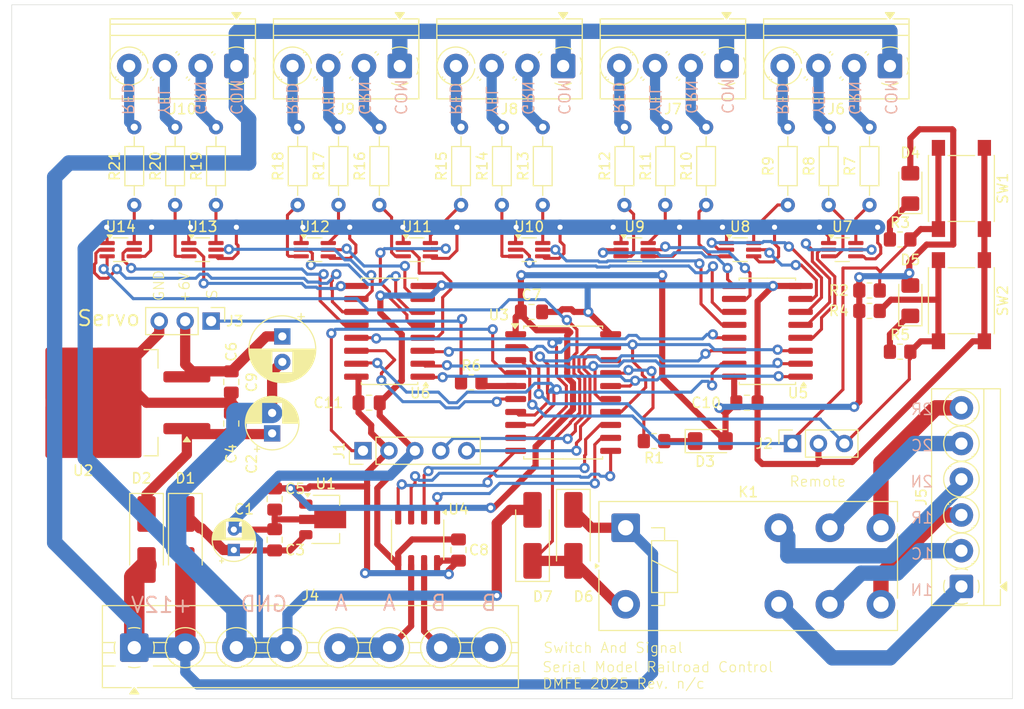
<source format=kicad_pcb>
(kicad_pcb (version 20241229) (generator "pcbnew") (generator_version "9.0")
  (title_block (title "Serial Model Railroad Control") (date "2025-03-26") (rev "n/c") (company "DMFE") (comment 1 "Switch and Signals"))
  (layers (0 "F.Cu" signal) (2 "B.Cu" signal) (13 "F.Paste" user) (15 "B.Paste" user) (5 "F.SilkS" user "F.Silkscreen") (7 "B.SilkS" user "B.Silkscreen") (1 "F.Mask" user) (3 "B.Mask" user) (25 "Edge.Cuts" user))
  (net 0 "")
  (net 1 "GND")
  (net 2 "Net-(D1-K)")
  (net 3 "Net-(D2-K)")
  (net 4 "+5V")
  (net 5 "+6V")
  (net 6 "+12V")
  (net 7 "Net-(D3-K)")
  (net 8 "Net-(D4-K)")
  (net 9 "Net-(D5-K)")
  (net 10 "K1")
  (net 11 "Net-(J1-Pin_5)")
  (net 12 "Net-(J1-Pin_1)")
  (net 13 "Net-(J1-Pin_4)")
  (net 14 "Net-(J2-Pin_3)")
  (net 15 "Net-(J2-Pin_1)")
  (net 16 "Net-(J3-Pin_1)")
  (net 17 "Net-(J4-Pin_5)")
  (net 18 "Net-(J4-Pin_7)")
  (net 19 "2R")
  (net 20 "1N")
  (net 21 "2C")
  (net 22 "1C")
  (net 23 "1R")
  (net 24 "2N")
  (net 25 "Net-(J6-Pin_4)")
  (net 26 "Net-(J6-Pin_3)")
  (net 27 "Net-(J6-Pin_2)")
  (net 28 "Net-(J7-Pin_2)")
  (net 29 "Net-(J7-Pin_4)")
  (net 30 "Net-(J7-Pin_3)")
  (net 31 "Net-(J8-Pin_4)")
  (net 32 "Net-(J8-Pin_2)")
  (net 33 "Net-(J8-Pin_3)")
  (net 34 "Net-(J9-Pin_4)")
  (net 35 "Net-(J9-Pin_2)")
  (net 36 "Net-(J9-Pin_3)")
  (net 37 "Net-(J10-Pin_3)")
  (net 38 "Net-(J10-Pin_2)")
  (net 39 "Net-(J10-Pin_4)")
  (net 40 "Net-(U3-RA2)")
  (net 41 "Servo")
  (net 42 "Net-(U7-D1)")
  (net 43 "Net-(U7-D2)")
  (net 44 "Net-(U8-D1)")
  (net 45 "Net-(U8-D2)")
  (net 46 "Net-(U9-D1)")
  (net 47 "Net-(U9-D2)")
  (net 48 "Net-(U10-D1)")
  (net 49 "Net-(U10-D2)")
  (net 50 "Net-(U11-D1)")
  (net 51 "Net-(U11-D2)")
  (net 52 "Net-(U12-D1)")
  (net 53 "Net-(U12-D2)")
  (net 54 "Net-(U13-D1)")
  (net 55 "Net-(U13-D2)")
  (net 56 "Net-(U14-D1)")
  (net 57 "Net-(U3-RC2)")
  (net 58 "Net-(U3-RC3)")
  (net 59 "Net-(U3-RC6)")
  (net 60 "Net-(U3-RB7)")
  (net 61 "Net-(U3-RC0)")
  (net 62 "Net-(U3-RB5)")
  (net 63 "Net-(U3-RB6)")
  (net 64 "Net-(U3-RC7)")
  (net 65 "Net-(U3-RC4)")
  (net 66 "Net-(U3-RC1)")
  (net 67 "Net-(U3-RB4)")
  (net 68 "Net-(U5-Q2)")
  (net 69 "Net-(U5-Q4)")
  (net 70 "Net-(U10-G1)")
  (net 71 "Net-(U5-Q5)")
  (net 72 "Net-(U5-Q1)")
  (net 73 "Net-(U5-Q3)")
  (net 74 "Net-(U10-G2)")
  (net 75 "Net-(U5-Q0)")
  (net 76 "Net-(U14-G1)")
  (net 77 "Net-(U14-G2)")
  (net 78 "Net-(U12-G1)")
  (net 79 "Net-(U13-G2)")
  (net 80 "Net-(U12-G2)")
  (net 81 "Net-(U11-G2)")
  (net 82 "Net-(U11-G1)")
  (net 83 "Net-(U13-G1)")
  (footprint "Diode_SMD:D_1206_3216Metric_Pad1.42x1.75mm_HandSolder" (layer "F.Cu") (at 152 103 90)
    (property "Reference" "D5")
    (property "Value" "LED_Filled")
  )
  (footprint "Resistor_THT:R_Axial_DIN0204_L3.6mm_D1.6mm_P7.62mm_Horizontal" (layer "F.Cu") (at 108 93.62 90)
    (property "Reference" "R15")
    (property "Value" "1K0")
  )
  (footprint "Package_TO_SOT_SMD:TO-263-2" (layer "F.Cu") (at 73.5 113 180)
    (property "Reference" "U2")
    (property "Value" "L7806")
  )
  (footprint "Package_SO:SOIC-8_3.9x4.9mm_P1.27mm" (layer "F.Cu") (at 103.75 126.4325 -90)
    (property "Reference" "U4")
    (property "Value" "THVD1500")
  )
  (footprint "Package_TO_SOT_SMD:SOT-363_SC-70-6_Handsoldering" (layer "F.Cu") (at 125 98)
    (property "Reference" "U9")
    (property "Value" "SSM6N7002CFU")
  )
  (footprint "TerminalBlock_MetzConnect:TerminalBlock_MetzConnect_Type059_RT06306HBWC_1x06_P3.50mm_Horizontal" (layer "F.Cu") (at 157 131 90)
    (property "Reference" "J5")
    (property "Value" "Conn_01x06")
  )
  (footprint "Resistor_THT:R_Axial_DIN0204_L3.6mm_D1.6mm_P7.62mm_Horizontal" (layer "F.Cu") (at 80 93.62 90)
    (property "Reference" "R20")
    (property "Value" "1K0")
  )
  (footprint "Diode_SMD:D_1206_3216Metric_Pad1.42x1.75mm_HandSolder" (layer "F.Cu") (at 152 92 90)
    (property "Reference" "D4")
    (property "Value" "LED_Filled")
  )
  (footprint "Diode_SMD:D_SMA_Handsoldering" (layer "F.Cu") (at 77.2 126.4 -90)
    (property "Reference" "D2")
    (property "Value" "SMA")
  )
  (footprint "Capacitor_SMD:C_0805_2012Metric_Pad1.18x1.45mm_HandSolder" (layer "F.Cu") (at 89.75 122.4325 -90)
    (property "Reference" "C5")
    (property "Value" "0.1uf")
  )
  (footprint "Resistor_THT:R_Axial_DIN0204_L3.6mm_D1.6mm_P7.62mm_Horizontal" (layer "F.Cu") (at 124 93.62 90)
    (property "Reference" "R12")
    (property "Value" "1K0")
  )
  (footprint "Package_SO:SOIC-16W_5.3x10.2mm_P1.27mm" (layer "F.Cu") (at 101 106 180)
    (property "Reference" "U6")
    (property "Value" "SN74HC259DR")
  )
  (footprint "Resistor_SMD:R_0805_2012Metric_Pad1.20x1.40mm_HandSolder" (layer "F.Cu") (at 126.9 116.76 180)
    (property "Reference" "R1")
    (property "Value" "1K0")
  )
  (footprint "Capacitor_SMD:C_0805_2012Metric_Pad1.18x1.45mm_HandSolder" (layer "F.Cu") (at 89.75 126.4325 90)
    (property "Reference" "C3")
    (property "Value" "0.1uf")
  )
  (footprint "Resistor_SMD:R_0805_2012Metric_Pad1.20x1.40mm_HandSolder" (layer "F.Cu") (at 151 108)
    (property "Reference" "R5")
    (property "Value" "1K0")
  )
  (footprint "Package_TO_SOT_SMD:SOT-363_SC-70-6_Handsoldering" (layer "F.Cu") (at 74.67 98)
    (property "Reference" "U14")
    (property "Value" "SSM6N7002CFU")
  )
  (footprint "Capacitor_SMD:C_0805_2012Metric_Pad1.18x1.45mm_HandSolder" (layer "F.Cu") (at 85.5 110.9625 -90)
    (property "Reference" "C6")
    (property "Value" ".1uF")
  )
  (footprint "Resistor_SMD:R_0805_2012Metric_Pad1.20x1.40mm_HandSolder" (layer "F.Cu") (at 148 104)
    (property "Reference" "R4")
    (property "Value" "47K")
  )
  (footprint "Resistor_SMD:R_0805_2012Metric_Pad1.20x1.40mm_HandSolder" (layer "F.Cu") (at 151 97)
    (property "Reference" "R3")
    (property "Value" "1K0")
  )
  (footprint "TerminalBlock_Phoenix:TerminalBlock_Phoenix_PT-1,5-4-3.5-H_1x04_P3.50mm_Horizontal" (layer "F.Cu") (at 102 80 180)
    (property "Reference" "J9")
    (property "Value" "Conn_01x04")
  )
  (footprint "TerminalBlock_Phoenix:TerminalBlock_Phoenix_PT-1,5-4-3.5-H_1x04_P3.50mm_Horizontal" (layer "F.Cu") (at 134 80 180)
    (property "Reference" "J7")
    (property "Value" "Conn_01x04")
  )
  (footprint "Diode_SMD:D_SMA_Handsoldering" (layer "F.Cu") (at 115 126 90)
    (property "Reference" "D7")
    (property "Value" "SMA")
  )
  (footprint "Resistor_SMD:R_0805_2012Metric_Pad1.20x1.40mm_HandSolder" (layer "F.Cu") (at 109 111)
    (property "Reference" "R6")
    (property "Value" "220")
  )
  (footprint "Package_TO_SOT_SMD:SOT-363_SC-70-6_Handsoldering" (layer "F.Cu") (at 82.67 98)
    (property "Reference" "U13")
    (property "Value" "SSM6N7002CFU")
  )
  (footprint "TerminalBlock_Phoenix:TerminalBlock_Phoenix_PT-1,5-4-3.5-H_1x04_P3.50mm_Horizontal" (layer "F.Cu") (at 86 80 180)
    (property "Reference" "J10")
    (property "Value" "Conn_01x04")
  )
  (footprint "Capacitor_SMD:C_0805_2012Metric_Pad1.18x1.45mm_HandSolder" (layer "F.Cu") (at 99 113)
    (property "Reference" "C11")
    (property "Value" "0.1uf")
  )
  (footprint "Resistor_SMD:R_0805_2012Metric_Pad1.20x1.40mm_HandSolder" (layer "F.Cu") (at 148 102)
    (property "Reference" "R2")
    (property "Value" "47K")
  )
  (footprint "TerminalBlock_Phoenix:TerminalBlock_Phoenix_PT-1,5-4-3.5-H_1x04_P3.50mm_Horizontal" (layer "F.Cu") (at 118 80 180)
    (property "Reference" "J8")
    (property "Value" "Conn_01x04")
  )
  (footprint "Connector_PinSocket_2.54mm:PinSocket_1x03_P2.54mm_Vertical" (layer "F.Cu") (at 140.46 117 90)
    (property "Reference" "J2")
    (property "Value" "Conn_01x03")
  )
  (footprint "Package_SO:SOIC-20W_7.5x12.8mm_P1.27mm" (layer "F.Cu") (at 118 112)
    (property "Reference" "U3")
    (property "Value" "PIC16F15345-I/SO")
  )
  (footprint "MountingHole:MountingHole_3.2mm_M3" (layer "F.Cu") (at 158 78)
    (property "Reference" "H2" (hide yes))
    (property "Value" "MountingHole")
  )
  (footprint "Capacitor_SMD:C_0805_2012Metric_Pad1.18x1.45mm_HandSolder" (layer "F.Cu") (at 114.9 104.1)
    (property "Reference" "C7")
    (property "Value" "0.1uf")
  )
  (footprint "TerminalBlock_Phoenix:TerminalBlock_Phoenix_PT-1,5-4-3.5-H_1x04_P3.50mm_Horizontal" (layer "F.Cu") (at 150 80 180)
    (property "Reference" "J6")
    (property "Value" "Conn_01x04")
  )
  (footprint "Button_Switch_SMD:SW_SPST_PTS645" (layer "F.Cu") (at 157 103 -90)
    (property "Reference" "SW2")
    (property "Value" "SW_Push")
  )
  (footprint "TerminalBlock:TerminalBlock_MaiXu_MX126-5.0-08P_1x08_P5.00mm" (layer "F.Cu") (at 76 137)
    (property "Reference" "J4")
    (property "Value" "Conn_01x08_Socket")
  )
  (footprint "Resistor_THT:R_Axial_DIN0204_L3.6mm_D1.6mm_P7.62mm_Horizontal" (layer "F.Cu") (at 148 93.62 90)
    (property "Reference" "R7")
    (property "Value" "1K0")
  )
  (footprint "Capacitor_THT:CP_Radial_D4.0mm_P2.00mm" (layer "F.Cu") (at 85.75 127.4325 90)
    (property "Reference" "C1")
    (property "Value" "10uf")
  )
  (footprint "MountingHole:MountingHole_3.2mm_M3" (layer "F.Cu") (at 68 78)
    (property "Reference" "H1" (hide yes))
    (property "Value" "MountingHole")
  )
  (footprint "Capacitor_SMD:C_0805_2012Metric_Pad1.18x1.45mm_HandSolder" (layer "F.Cu") (at 107.75 127.4325 90)
    (property "Reference" "C8")
    (property "Value" "0.1uf")
  )
  (footprint "Capacitor_THT:CP_Radial_D5.0mm_P2.00mm" (layer "F.Cu") (at 89.5 116 90)
    (property "Reference" "C2")
    (property "Value" "33uF")
  )
  (footprint "MountingHole:MountingHole_3.2mm_M3" (layer "F.Cu") (at 158 138)
    (property "Reference" "H3" (hide yes))
    (property "Value" "MountingHole")
  )
  (footprint "Capacitor_SMD:C_0805_2012Metric_Pad1.18x1.45mm_HandSolder" (layer "F.Cu") (at 85.5 115.0375 90)
    (property "Reference" "C4")
    (property "Value" ".1uF")
  )
  (footprint "Package_TO_SOT_SMD:SOT-363_SC-70-6_Handsoldering" (layer "F.Cu") (at 135.33 98)
    (property "Reference" "U8")
    (property "Value" "SSM6N7002CFU")
  )
  (footprint "Diode_SMD:D_SMA_Handsoldering" (layer "F.Cu") (at 81 126.4 -90)
    (property "Reference" "D1")
    (property "Value" "SMA")
  )
  (footprint "Resistor_THT:R_Axial_DIN0204_L3.6mm_D1.6mm_P7.62mm_Horizontal" (layer "F.Cu") (at 132 93.62 90)
    (property "Reference" "R10")
    (property "Value" "1K0")
  )
  (footprint "Diode_SMD:D_1206_3216Metric_Pad1.42x1.75mm_HandSolder" (layer "F.Cu") (at 132.4125 116.76)
    (property "Reference" "D3")
    (property "Value" "LED_Filled")
  )
  (footprint "Relay_THT:Relay_DPDT_Finder_40.52" (layer "F.Cu") (at 124.122206 125.25)
    (property "Reference" "K1")
    (property "Value" "J114AF")
  )
  (footprint "Package_TO_SOT_SMD:SOT-363_SC-70-6_Handsoldering" (layer "F.Cu") (at 145.33 98)
    (property "Reference" "U7")
    (property "Value" "SSM6N7002CFU")
  )
  (footprint "Capacitor_SMD:C_0805_2012Metric_Pad1.18x1.45mm_HandSolder" (layer "F.Cu") (at 136 113)
    (property "Reference" "C10")
    (property "Value" "0.1uf")
  )
  (footprint "Resistor_THT:R_Axial_DIN0204_L3.6mm_D1.6mm_P7.62mm_Horizontal" (layer "F.Cu") (at 128 93.62 90)
    (property "Reference" "R11")
    (property "Value" "1K0")
  )
  (footprint "Diode_SMD:D_SMA_Handsoldering" (layer "F.Cu") (at 119 126 -90)
    (property "Reference" "D6")
    (property "Value" "SMA")
  )
  (footprint "Resistor_THT:R_Axial_DIN0204_L3.6mm_D1.6mm_P7.62mm_Horizontal" (layer "F.Cu") (at 144 93.62 90)
    (property "Reference" "R8")
    (property "Value" "1K0")
  )
  (footprint "Resistor_THT:R_Axial_DIN0204_L3.6mm_D1.6mm_P7.62mm_Horizontal" (layer "F.Cu") (at 100 93.62 90)
    (property "Reference" "R16")
    (property "Value" "1K0")
  )
  (footprint "Resistor_THT:R_Axial_DIN0204_L3.6mm_D1.6mm_P7.62mm_Horizontal" (layer "F.Cu") (at 96 93.62 90)
    (property "Reference" "R17")
    (property "Value" "1K0")
  )
  (footprint "Resistor_THT:R_Axial_DIN0204_L3.6mm_D1.6mm_P7.62mm_Horizontal" (layer "F.Cu") (at 140 93.62 90)
    (property "Reference" "R9")
    (property "Value" "1K0")
  )
  (footprint "Connector_PinHeader_2.54mm:PinHeader_1x05_P2.54mm_Vertical" (layer "F.Cu") (at 98.4 117.7 90)
    (property "Reference" "J1")
    (property "Value" "Conn_01x05")
  )
  (footprint "Package_TO_SOT_SMD:SOT-363_SC-70-6_Handsoldering" (layer "F.Cu") (at 114.67 98)
    (property "Reference" "U10")
    (property "Value" "SSM6N7002CFU")
  )
  (footprint "Resistor_THT:R_Axial_DIN0204_L3.6mm_D1.6mm_P7.62mm_Horizontal" (layer "F.Cu") (at 76 93.62 90)
    (property "Reference" "R21")
    (property "Value" "1K0")
  )
  (footprint "Resistor_THT:R_Axial_DIN0204_L3.6mm_D1.6mm_P7.62mm_Horizontal" (layer "F.Cu") (at 116 93.62 90)
    (property "Reference" "R13")
    (property "Value" "1K0")
  )
  (footprint "Package_SO:SOIC-16W_5.3x10.2mm_P1.27mm" (layer "F.Cu") (at 138 106 180)
    (property "Reference" "U5")
    (property "Value" "SN74HC259DR")
  )
  (footprint "Capacitor_THT:CP_Radial_D6.3mm_P2.50mm" (layer "F.Cu") (at 90.5 106.5 -90)
    (property "Reference" "C9")
    (property "Value" "220uF")
  )
  (footprint "Resistor_THT:R_Axial_DIN0204_L3.6mm_D1.6mm_P7.62mm_Horizontal" (layer "F.Cu") (at 92 93.62 90)
    (property "Reference" "R18")
    (property "Value" "1K0")
  )
  (footprint "Package_TO_SOT_SMD:SOT-363_SC-70-6_Handsoldering" (layer "F.Cu") (at 103.67 98)
    (property "Reference" "U11")
    (property "Value" "SSM6N7002CFU")
  )
  (footprint "Connector_PinHeader_2.54mm:PinHeader_1x03_P2.54mm_Vertical" (layer "F.Cu") (at 83.525 105 -90)
    (property "Reference" "J3")
    (property "Value" "Conn_01x03")
  )
  (footprint "Resistor_THT:R_Axial_DIN0204_L3.6mm_D1.6mm_P7.62mm_Horizontal" (layer "F.Cu") (at 84 93.62 90)
    (property "Reference" "R19")
    (property "Value" "1K0")
  )
  (footprint "MountingHole:MountingHole_3.2mm_M3" (layer "F.Cu") (at 68 138)
    (property "Reference" "H4" (hide yes))
    (property "Value" "MountingHole")
  )
  (footprint "Package_TO_SOT_SMD:SOT-363_SC-70-6_Handsoldering" (layer "F.Cu") (at 93.67 98)
    (property "Reference" "U12")
    (property "Value" "SSM6N7002CFU")
  )
  (footprint "Package_TO_SOT_SMD:SOT-89-3" (layer "F.Cu") (at 94.75 124.4325)
    (property "Reference" "U1")
    (property "Value" "L78L05_SOT89")
  )
  (footprint "Button_Switch_SMD:SW_SPST_PTS645" (layer "F.Cu") (at 157 92 -90)
    (property "Reference" "SW1")
    (property "Value" "SW_Push")
  )
  (footprint "Resistor_THT:R_Axial_DIN0204_L3.6mm_D1.6mm_P7.62mm_Horizontal" (layer "F.Cu") (at 112 93.62 90)
    (property "Reference" "R14")
    (property "Value" "1K0")
  )
  (gr_rect (start 64 74) (end 162 142) (stroke (width 0.05)) (fill no) (layer "Edge.Cuts"))
  (gr_text "S" (at 84.2 102.9 90) (layer "F.SilkS") (effects (font (size 1 1) (thickness 0.1)) (justify left bottom)))
  (gr_text "+6V" (at 81.5 103.3 90) (layer "F.SilkS") (effects (font (size 1 1) (thickness 0.1)) (justify left bottom)))
  (gr_text "Serial Model Railroad Control\nDMFE 2025 Rev. n/c" (at 115.9 141.1 0) (layer "F.SilkS") (effects (font (size 1 1) (thickness 0.1)) (justify left bottom)))
  (gr_text "Servo" (at 70.3 105.6 0) (layer "F.SilkS") (effects (font (size 1.5 1.5) (thickness 0.1875)) (justify left bottom)))
  (gr_text "Remote" (at 140.1 121.3 0) (layer "F.SilkS") (effects (font (size 1 1) (thickness 0.1)) (justify left bottom)))
  (gr_text "Switch And Signal" (at 116 137.6 0) (layer "F.SilkS") (effects (font (size 1 1) (thickness 0.1)) (justify left bottom)))
  (gr_text "GND" (at 79 103.1 90) (layer "F.SilkS") (effects (font (size 1 1) (thickness 0.1)) (justify left bottom)))
  (gr_text "2R\n\n2C\n\n2N\n\n1R\n\n1C\n\n1N" (at 154.3 132 0) (layer "B.SilkS") (effects (font (size 1.1 1.1) (thickness 0.1375)) (justify left bottom mirror)))
  (gr_text "COM\n\nGRN\n\nYEL\n\nRED" (at 138.8 84.9 270) (layer "B.SilkS") (effects (font (size 1.1 1.1) (thickness 0.1375)) (justify left bottom mirror)))
  (gr_text "COM\n\nGRN\n\nYEL\n\nRED" (at 90.8 84.9 270) (layer "B.SilkS") (effects (font (size 1.1 1.1) (thickness 0.1375)) (justify left bottom mirror)))
  (gr_text "GND" (at 91.1 133.6 0) (layer "B.SilkS") (effects (font (size 1.5 1.5) (thickness 0.1875)) (justify left bottom mirror)))
  (gr_text "+12V" (at 81.8 133.7 0) (layer "B.SilkS") (effects (font (size 1.5 1.5) (thickness 0.1875)) (justify left bottom mirror)))
  (gr_text "B   B   A   A" (at 111.6 133.5 0) (layer "B.SilkS") (effects (font (size 1.5 1.5) (thickness 0.1875)) (justify left bottom mirror)))
  (gr_text "COM\n\nGRN\n\nYEL\n\nRED" (at 74.7 84.9 270) (layer "B.SilkS") (effects (font (size 1.1 1.1) (thickness 0.1375)) (justify left bottom mirror)))
  (gr_text "COM\n\nGRN\n\nYEL\n\nRED" (at 122.8 84.8 270) (layer "B.SilkS") (effects (font (size 1.1 1.1) (thickness 0.1375)) (justify left bottom mirror)))
  (gr_text "COM\n\nGRN\n\nYEL\n\nRED" (at 106.8 84.9 270) (layer "B.SilkS") (effects (font (size 1.1 1.1) (thickness 0.1375)) (justify left bottom mirror)))
  (segment (start 85.5 113) (end 77.2 113) (width 1) (layer "F.Cu") (net 1))
  (segment (start 106.045 101.555) (end 106.1 101.5) (width 0.6) (layer "F.Cu") (net 1))
  (segment (start 100.0375 114.2575) (end 103.48 117.7) (width 0.6) (layer "F.Cu") (net 1))
  (segment (start 95 98.65) (end 95.199999 98.849999) (width 0.3) (layer "F.Cu") (net 1))
  (segment (start 92.34 97.35) (end 92.34 95.96) (width 0.3) (layer "F.Cu") (net 1))
  (segment (start 78.445 105) (end 78.445 106.205) (width 1) (layer "F.Cu") (net 1))
  (segment (start 138.7 97.427207) (end 138.7 95.8) (width 0.3) (layer "F.Cu") (net 1))
  (segment (start 77.2 113) (end 74.425 110.225) (width 1) (layer "F.Cu") (net 1))
  (segment (start 89.7125 125.4325) (end 89.75 125.395) (width 0.6) (layer "F.Cu") (net 1))
  (segment (start 85.5 114) (end 85.5 113) (width 1) (layer "F.Cu") (net 1))
  (segment (start 112.3 124) (end 111.5 124.8) (width 1) (layer "F.Cu") (net 1))
  (segment (start 134 97.35) (end 134 96.2) (width 0.3) (layer "F.Cu") (net 1))
  (segment (start 149.049 97.576207) (end 149.049 97.70587) (width 0.3) (layer "F.Cu") (net 1))
  (segment (start 99.8 126.8625) (end 99.8 121.38) (width 0.6) (layer "F.Cu") (net 1))
  (segment (start 137.5 119) (end 142.9 119) (width 0.6) (layer "F.Cu") (net 1))
  (segment (start 137.0375 118.5375) (end 137.5 119) (width 0.6) (layer "F.Cu") (net 1))
  (segment (start 120.465 104.1) (end 119.066685 104.1) (width 0.6) (layer "F.Cu") (net 1))
  (segment (start 123.67 97.35) (end 123.67 96.57) (width 0.3) (layer "F.Cu") (net 1))
  (segment (start 115 123.5) (end 112.8 123.5) (width 1) (layer "F.Cu") (net 1))
  (segment (start 101.845 128.9075) (end 101.845 127.755) (width 0.6) (layer "F.Cu") (net 1))
  (segment (start 149.1 98.372793) (end 148.572793 98.9) (width 0.3) (layer "F.Cu") (net 1))
  (segment (start 126.33 98.65) (end 128.75 98.65) (width 0.3) (layer "F.Cu") (net 1))
  (segment (start 84.212958 98.862958) (end 85.638618 98.862958) (width 0.3) (layer "F.Cu") (net 1))
  (segment (start 117.665345 104.1) (end 115.9375 104.1) (width 0.6) (layer "F.Cu") (net 1))
  (segment (start 146.3 118.8) (end 143.1 118.8) (width 0.6) (layer "F.Cu") (net 1))
  (segment (start 86.165825 98.335751) (end 86.165825 97.590165) (width 0.3) (layer "F.Cu") (net 1))
  (segment (start 106.822794 98.849999) (end 107.6 98.072793) (width 0.3) (layer "F.Cu") (net 1))
  (segment (start 119.066685 104.1) (end 118.80094 103.834255) (width 0.6) (layer "F.Cu") (net 1))
  (segment (start 137.0375 113) (end 137.0375 118.5375) (width 0.6) (layer "F.Cu") (net 1))
  (segment (start 143 118.5) (end 143 117) (width 0.6) (layer "F.Cu") (net 1))
  (segment (start 78.445 106.205) (end 74.425 110.225) (width 1) (layer "F.Cu") (net 1))
  (segment (start 128.75 98.65) (end 129.4 98) (width 0.3) (layer "F.Cu") (net 1))
  (segment (start 107.6 98.072793) (end 107.6 95.8) (width 0.3) (layer "F.Cu") (net 1))
  (segment (start 112.8 123.5) (end 112.3 124) (width 1) (layer "F.Cu") (net 1))
  (segment (start 77.6 95.9) (end 77.7 95.8) (width 0.3) (layer "F.Cu") (net 1))
  (segment (start 142.9 119) (end 143.1 118.8) (width 0.6) (layer "F.Cu") (net 1))
  (segment (start 134 96.2) (end 133.6 95.8) (width 0.3) (layer "F.Cu") (net 1))
  (segment (start 85.638618 98.862958) (end 86.165825 98.335751) (width 0.3) (layer "F.Cu") (net 1))
  (segment (start 144 96.7) (end 143.1 95.8) (width 0.3) (layer "F.Cu") (net 1))
  (segment (start 113.34 95.86) (end 113.4 95.8) (width 0.3) (layer "F.Cu") (net 1))
  (segment (start 137.21 99.2) (end 138.572793 99.2) (width 0.3) (layer "F.Cu") (net 1))
  (segment (start 97.1 96.927207) (end 97.1 95.8) (width 0.3) (layer "F.Cu") (net 1))
  (segment (start 102.2 106.3) (end 100.1 104.2) (width 0.6) (layer "F.Cu") (net 1))
  (segment (start 102.2 110.8375) (end 102.2 106.3) (width 0.6) (layer "F.Cu") (net 1))
  (segment (start 139.1 97.827207) (end 138.7 97.427207) (width 0.3) (layer "F.Cu") (net 1))
  (segment (start 105.199999 98.849999) (end 106.822794 98.849999) (width 0.3) (layer "F.Cu") (net 1))
  (segment (start 99.8 121.38) (end 103.48 117.7) (width 0.6) (layer "F.Cu") (net 1))
  (segment (start 159.25 106.98) (end 158.12 106.98) (width 0.6) (layer "F.Cu") (net 1))
  (segment (start 86.165825 97.590165) (end 86 97.42434) (width 0.3) (layer "F.Cu") (net 1))
  (segment (start 148.8 97.327207) (end 149.049 97.576207) (width 0.3) (layer "F.Cu") (net 1))
  (segment (start 92.8875 124.4325) (end 89.7825 124.4325) (width 0.6) (layer "F.Cu") (net 1))
  (segment (start 97.7 97.527207) (end 97.1 96.927207) (width 0.3) (layer "F.Cu") (net 1))
  (segment (start 89.5 110) (end 90.5 109) (width 1) (layer "F.Cu") (net 1))
  (segment (start 159.25 99.02) (end 159.25 95.98) (width 0.6) (layer "F.Cu") (net 1))
  (segment (start 139.1 98.672793) (end 139.1 97.827207) (width 0.3) (layer "F.Cu") (net 1))
  (segment (start 117.586441 98.851399) (end 118.084945 98.352895) (width 0.3) (layer "F.Cu") (net 1))
  (segment (start 143.1 118.8) (end 143.1 118.6) (width 0.6) (layer "F.Cu") (net 1))
  (segment (start 149.1 97.75687) (end 149.1 98.372793) (width 0.3) (layer "F.Cu") (net 1))
  (segment (start 104.25 101.555) (end 106.045 101.555) (width 0.6) (layer "F.Cu") (net 1))
  (segment (start 100.1 104.2) (end 100.1 102.5) (width 0.6) (layer "F.Cu") (net 1))
  (segment (start 102.34 97.35) (end 102.34 95.84) (width 0.3) (layer "F.Cu") (net 1))
  (segment (start 81.34 97.35) (end 81.34 95.96) (width 0.3) (layer "F.Cu") (net 1))
  (segment (start 143.1 118.6) (end 143 118.5) (width 0.6) (layer "F.Cu") (net 1))
  (segment (start 111.5 124.8) (end 111.5 131.9) (width 1) (layer "F.Cu") (net 1))
  (segment (start 102.34 95.84) (end 102.3 95.8) (width 0.3) (layer "F.Cu") (net 1))
  (segment (start 92.34 95.96) (end 92.5 95.8) (width 0.3) (layer "F.Cu") (net 1))
  (segment (start 89.75 124.4) (end 89.75 123.47) (width 0.6) (layer "F.Cu") (net 1))
  (segment (start 101.845 128.9075) (end 99.8 126.8625) (width 0.6) (layer "F.Cu") (net 1))
  (segment (start 76 98.65) (end 77.05 98.65) (width 0.3) (layer "F.Cu") (net 1))
  (segment (start 136.66 98.65) (end 137.21 99.2) (width 0.3) (layer "F.Cu") (net 1))
  (segment (start 138.572793 99.2) (end 139.1 98.672793) (width 0.3) (layer "F.Cu") (net 1))
  (segment (start 159.25 95.98) (end 159.25 88.02) (width 0.6) (layer "F.Cu") (net 1))
  (segment (start 73.34 95.84) (end 73.3 95.8) (width 0.3) (layer "F.Cu") (net 1))
  (segment (start 138.545 101.555) (end 137.0375 103.0625) (width 0.6) (layer "F.Cu") (net 1))
  (segment (start 116.201399 98.851399) (end 117.586441 98.851399) (width 0.3) (layer "F.Cu") (net 1))
  (segment (start 148.572793 98.9) (end 147.659999 98.9) (width 0.3) (layer "F.Cu") (net 1))
  (segment (start 81.34 95.96) (end 81.5 95.8) (width 0.3) (layer "F.Cu") (net 1))
  (segment (start 149.049 97.70587) (end 149.1 97.75687) (width 0.3) (layer "F.Cu") (net 1))
  (segment (start 77.05 98.65) (end 77.6 98.1) (width 0.3) (layer "F.Cu") (net 1))
  (segment (start 86.5 114) (end 89.5 114) (width 1) (layer "F.Cu") (net 1))
  (segment (start 122.65 106.285) (end 120.465 104.1) (width 0.6) (layer "F.Cu") (net 1))
  (segment (start 116 98.65) (end 116.201399 98.851399) (width 0.3) (layer "F.Cu") (net 1))
  (segment (start 147.409999 98.65) (end 146.66 98.65) (width 0.3) (layer "F.Cu") (net 1))
  (segment (start 73.34 97.35) (end 73.34 95.84) (width 0.3) (layer "F.Cu") (net 1))
  (segment (start 105 98.65) (end 105.199999 98.849999) (width 0.3) (layer "F.Cu") (net 1))
  (segment (start 86 97.42434) (end 86 95.8) (width 0.3) (layer "F.Cu") (net 1))
  (segment (start 85.5 113) (end 85.5 112) (width 1) (layer "F.Cu") (net 1))
  (segment (start 129.4 98) (end 129.4 95.8) (width 0.3) (layer "F.Cu") (net 1))
  (segment (start 103.205 126.395) (end 107.75 126.395) (width 0.6) (layer "F.Cu") (net 1))
  (segment (start 159.25 106.98) (end 159.25 99.02) (width 0.6) (layer "F.Cu") (net 1))
  (segment (start 89.7825 124.4325) (end 89.75 124.4) (width 0.6) (layer "F.Cu") (net 1))
  (segment (start 89.5 114) (end 89.5 110) (width 1) (layer "F.Cu") (net 1))
  (segment (start 117.7 97.193661) (end 117.7 95.8) (width 0.3) (layer "F.Cu") (net 1))
  (segment (start 100.0375 113) (end 100.0375 114.2575) (width 0.6) (layer "F.Cu") (net 1))
  (segment (start 84 98.65) (end 84.212958 98.862958) (width 0.3) (layer "F.Cu") (net 1))
  (segment (start 117.93109 103.834255) (end 117.665345 104.1) (width 0.6) (layer "F.Cu") (net 1))
  (segment (start 113.34 97.35) (end 113.34 95.86) (width 0.3) (layer "F.Cu") (net 1))
  (segment (start 118.80094 103.834255) (end 117.93109 103.834255) (width 0.6) (layer "F.Cu") (net 1))
  (segment (start 147.659999 98.9) (end 147.409999 98.65) (width 0.3) (layer "F.Cu") (net 1))
  (segment (start 100.0375 113) (end 102.2 110.8375) (width 0.6) (layer "F.Cu") (net 1))
  (segment (start 101.845 127.755) (end 103.205 126.395) (width 0.6) (layer "F.Cu") (net 1))
  (segment (start 144 97.35) (end 144 96.7) (width 0.3) (layer "F.Cu") (net 1))
  (segment (start 89.75 125.395) (end 89.75 124.4) (width 0.6) (layer "F.Cu") (net 1))
  (segment (start 118.084945 98.352895) (end 118.084945 97.578606) (width 0.3) (layer "F.Cu") (net 1))
  (segment (start 85.75 125.4325) (end 89.7125 125.4325) (width 0.6) (layer "F.Cu") (net 1))
  (segment (start 95.199999 98.849999) (end 97.122794 98.849999) (width 0.3) (layer "F.Cu") (net 1))
  (segment (start 141.25 101.555) (end 138.545 101.555) (width 0.6) (layer "F.Cu") (net 1))
  (segment (start 148.8 95.8) (end 148.8 97.327207) (width 0.3) (layer "F.Cu") (net 1))
  (segment (start 97.122794 98.849999) (end 97.7 98.272793) (width 0.3) (layer "F.Cu") (net 1))
  (segment (start 158.12 106.98) (end 146.3 118.8) (width 0.6) (layer "F.Cu") (net 1))
  (segment (start 77.6 98.1) (end 77.6 95.9) (width 0.3) (layer "F.Cu") (net 1))
  (segment (start 85.5 113) (end 86.5 114) (width 1) (layer "F.Cu") (net 1))
  (segment (start 137.0375 103.0625) (end 137.0375 113) (width 0.6) (layer "F.Cu") (net 1))
  (segment (start 118.084945 97.578606) (end 117.7 97.193661) (width 0.3) (layer "F.Cu") (net 1))
  (segment (start 97.7 98.272793) (end 97.7 97.527207) (width 0.3) (layer "F.Cu") (net 1))
  (segment (start 123.67 96.57) (end 122.9 95.8) (width 0.3) (layer "F.Cu") (net 1))
  (via (at 129.4 95.8) (size 1.2) (drill 0.5) (layers "F.Cu" "B.Cu") (net 1))
  (via (at 73.3 95.8) (size 1.2) (drill 0.5) (layers "F.Cu" "B.Cu") (net 1))
  (via (at 77.7 95.8) (size 1.2) (drill 0.5) (layers "F.Cu" "B.Cu") (net 1))
  (via (at 120.465 104.1) (size 1) (drill 0.5) (layers "F.Cu" "B.Cu") (net 1))
  (via (at 133.6 95.8) (size 1.2) (drill 0.5) (layers "F.Cu" "B.Cu") (net 1))
  (via (at 138.545 101.555) (size 1) (drill 0.5) (layers "F.Cu" "B.Cu") (net 1))
  (via (at 143.1 95.8) (size 1.2) (drill 0.5) (layers "F.Cu" "B.Cu") (net 1))
  (via (at 111.5 131.9) (size 1) (drill 0.5) (layers "F.Cu" "B.Cu") (net 1))
  (via (at 102.3 95.8) (size 1.2) (drill 0.5) (layers "F.Cu" "B.Cu") (net 1))
  (via (at 122.9 95.8) (size 1.2) (drill 0.5) (layers "F.Cu" "B.Cu") (net 1))
  (via (at 81.5 95.8) (size 1.2) (drill 0.5) (layers "F.Cu" "B.Cu") (net 1))
  (via (at 117.7 95.8) (size 1.2) (drill 0.5) (layers "F.Cu" "B.Cu") (net 1))
  (via (at 97.1 95.8) (size 1.2) (drill 0.5) (layers "F.Cu" "B.Cu") (net 1))
  (via (at 92.5 95.8) (size 1.2) (drill 0.5) (layers "F.Cu" "B.Cu") (net 1))
  (via (at 138.7 95.8) (size 1.2) (drill 0.5) (layers "F.Cu" "B.Cu") (net 1))
  (via (at 113.4 95.8) (size 1.2) (drill 0.5) (layers "F.Cu" "B.Cu") (net 1))
  (via (at 107.6 95.8) (size 1.2) (drill 0.5) (layers "F.Cu" "B.Cu") (net 1))
  (via (at 106.1 101.5) (size 1) (drill 0.5) (layers "F.Cu" "B.Cu") (net 1))
  (via (at 86 95.8) (size 1.2) (drill 0.5) (layers "F.Cu" "B.Cu") (net 1))
  (via (at 100.1 102.5) (size 1) (drill 0.5) (layers "F.Cu" "B.Cu") (net 1))
  (via (at 148.8 95.8) (size 1.2) (drill 0.5) (layers "F.Cu" "B.Cu") (net 1))
  (segment (start 113.4 95.8) (end 117.7 95.8) (width 1.5) (layer "B.Cu") (net 1))
  (segment (start 100.1 102.5) (end 105.1 102.5) (width 0.6) (layer "B.Cu") (net 1))
  (segment (start 143.1 95.8) (end 148.8 95.8) (width 1.5) (layer "B.Cu") (net 1))
  (segment (start 71.2 118.4) (end 80.1 127.3) (width 1.5) (layer "B.Cu") (net 1))
  (segment (start 77.7 95.8) (end 81.5 95.8) (width 1.5) (layer "B.Cu") (net 1))
  (segment (start 81.5 95.8) (end 86 95.8) (width 1.5) (layer "B.Cu") (net 1))
  (segment (start 129.4 95.8) (end 133.6 95.8) (width 1.5) (layer "B.Cu") (net 1))
  (segment (start 88.5 137) (end 91 137) (width 2) (layer "B.Cu") (net 1))
  (segment (start 71.2 97.9) (end 71.2 118.4) (width 1.5) (layer "B.Cu") (net 1))
  (segment (start 120.4 101.5) (end 138.49 101.5) (width 0.6) (layer "B.Cu") (net 1))
  (segment (start 86 114) (end 89.5 114) (width 2) (layer "B.Cu") (net 1))
  (segment (start 88.3 136.8) (end 88.5 137) (width 0.6) (layer "B.Cu") (net 1))
  (segment (start 87.2325 125.4325) (end 88.3 126.5) (width 0.6) (layer "B.Cu") (net 1))
  (segment (start 107.6 95.8) (end 113.4 95.8) (width 1.5) (layer "B.Cu") (net 1))
  (segment (start 91 133.7) (end 91 137) (width 1) (layer "B.Cu") (net 1))
  (segment (start 73.3 95.8) (end 71.2 97.9) (width 1.5) (layer "B.Cu") (net 1))
  (segment (start 122.9 95.8) (end 129.4 95.8) (width 1.5) (layer "B.Cu") (net 1))
  (segment (start 85.75 125.4325) (end 87.2325 125.4325) (width 0.6) (layer "B.Cu") (net 1))
  (segment (start 85.75 124.583972) (end 90.188972 120.145) (width 1) (layer "B.Cu") (net 1))
  (segment (start 90.188972 120.145) (end 101.035 120.145) (width 1) (layer "B.Cu") (net 1))
  (segment (start 102.3 95.8) (end 107.6 95.8) (width 1.5) (layer "B.Cu") (net 1))
  (segment (start 117.7 95.8) (end 122.9 95.8) (width 1.5) (layer "B.Cu") (net 1))
  (segment (start 86 137) (end 88.5 137) (width 2) (layer "B.Cu") (net 1))
  (segment (start 138.7 95.8) (end 143.1 95.8) (width 1.5) (layer "B.Cu") (net 1))
  (segment (start 80.1 127.3) (end 80.1 121.9) (width 2) (layer "B.Cu") (net 1))
  (segment (start 92.8 131.9) (end 91 133.7) (width 1) (layer "B.Cu") (net 1))
  (segment (start 120.4 101.5) (end 120.4 104.035) (width 0.6) (layer "B.Cu") (net 1))
  (segment (start 85.75 125.4325) (end 85.75 124.583972) (width 1) (layer "B.Cu") (net 1))
  (segment (start 73.3 95.8) (end 77.7 95.8) (width 1.5) (layer "B.Cu") (net 1))
  (segment (start 120.4 104.035) (end 120.465 104.1) (width 0.6) (layer "B.Cu") (net 1))
  (segment (start 86 137) (end 86 133.2) (width 2) (layer "B.Cu") (net 1))
  (segment (start 106.1 101.5) (end 120.4 101.5) (width 0.6) (layer "B.Cu") (net 1))
  (segment (start 111.5 131.9) (end 92.8 131.9) (width 1) (layer "B.Cu") (net 1))
  (segment (start 101.035 120.145) (end 103.48 117.7) (width 1) (layer "B.Cu") (net 1))
  (segment (start 86 116) (end 86 114) (width 2) (layer "B.Cu") (net 1))
  (segment (start 86 133.2) (end 80.1 127.3) (width 2) (layer "B.Cu") (net 1))
  (segment (start 86 95.8) (end 92.5 95.8) (width 1.5) (layer "B.Cu") (net 1))
  (segment (start 80.1 121.9) (end 86 116) (width 2) (layer "B.Cu") (net 1))
  (segment (start 97.1 95.8) (end 102.3 95.8) (width 1.5) (layer "B.Cu") (net 1))
  (segment (start 92.5 95.8) (end 97.1 95.8) (width 1.5) (layer "B.Cu") (net 1))
  (segment (start 88.3 126.5) (end 88.3 136.8) (width 0.6) (layer "B.Cu") (net 1))
  (segment (start 105.1 102.5) (end 106.1 101.5) (width 0.6) (layer "B.Cu") (net 1))
  (segment (start 138.49 101.5) (end 138.545 101.555) (width 0.6) (layer "B.Cu") (net 1))
  (segment (start 133.6 95.8) (end 138.7 95.8) (width 1.5) (layer "B.Cu") (net 1))
  (segment (start 85.7875 127.47) (end 85.75 127.4325) (width 0.6) (layer "F.Cu") (net 2))
  (segment (start 89.75 127.47) (end 91.2625 127.47) (width 0.6) (layer "F.Cu") (net 2))
  (segment (start 82.6 125.3) (end 82.4 125.3) (width 1) (layer "F.Cu") (net 2))
  (segment (start 84.7325 127.4325) (end 82.6 125.3) (width 1) (layer "F.Cu") (net 2))
  (segment (start 91.2625 127.47) (end 92.8 125.9325) (width 0.6) (layer "F.Cu") (net 2))
  (segment (start 82.4 125.3) (end 81 123.9) (width 1) (layer "F.Cu") (net 2))
  (segment (start 89.75 127.47) (end 85.7875 127.47) (width 0.6) (layer "F.Cu") (net 2))
  (segment (start 85.75 127.4325) (end 84.7325 127.4325) (width 1) (layer "F.Cu") (net 2))
  (segment (start 85.5 116.075) (end 81.685 116.075) (width 1) (layer "F.Cu") (net 3))
  (segment (start 81.15 118.05) (end 81.15 115.54) (width 1) (layer "F.Cu") (net 3))
  (segment (start 77.2 122) (end 81.15 118.05) (width 1) (layer "F.Cu") (net 3))
  (segment (start 77.2 123.9) (end 77.2 122) (width 1) (layer "F.Cu") (net 3))
  (segment (start 81.685 116.075) (end 81.15 115.54) (width 1) (layer "F.Cu") (net 3))
  (segment (start 89.425 116.075) (end 89.5 116) (width 1) (layer "F.Cu") (net 3))
  (segment (start 85.5 116.075) (end 89.425 116.075) (width 1) (layer "F.Cu") (net 3))
  (segment (start 147 100.7) (end 147 102) (width 0.6) (layer "F.Cu") (net 4))
  (segment (start 134.75 110.445) (end 134.75 112.7875) (width 0.6) (layer "F.Cu") (net 4))
  (segment (start 147 104) (end 147 102) (width 0.6) (layer "F.Cu") (net 4))
  (segment (start 113.8625 104.1) (end 113.8625 100.5375) (width 0.6) (layer "F.Cu") (net 4))
  (segment (start 97.9625 113) (end 97.9625 110.6575) (width 0.6) (layer "F.Cu") (net 4))
  (segment (start 118.965111 111.822465) (end 118.965111 113.634889) (width 0.6) (layer "F.Cu") (net 4))
  (segment (start 97.9625 110.6575) (end 97.75 110.445) (width 0.6) (layer "F.Cu") (net 4))
  (segment (start 151.9 100.3) (end 151.9 101.4125) (width 0.6) (layer "F.Cu") (net 4))
  (segment (start 106.8 129.8) (end 106.8 129.42) (width 0.6) (layer "F.Cu") (net 4))
  (segment (start 115.4 105.9) (end 118.5 105.9) (width 0.6) (layer "F.Cu") (net 4))
  (segment (start 113.8625 104.1) (end 113.8625 104.3625) (width 0.6) (layer "F.Cu") (net 4))
  (segment (start 127.7 110.56) (end 133.9 116.76) (width 0.6) (layer "F.Cu") (net 4))
  (segment (start 97.9625 113) (end 97.9625 113.9625) (width 0.6) (layer "F.Cu") (net 4))
  (segment (start 118.5 105.9) (end 118.7 106.1) (width 0.6) (layer "F.Cu") (net 4))
  (segment (start 97.9625 113.9625) (end 99.2 115.2) (width 0.6) (layer "F.Cu") (net 4))
  (segment (start 99.2 115.2) (end 99.2 115.96) (width 0.6) (layer "F.Cu") (net 4))
  (segment (start 91.2625 121.395) (end 92.8 122.9325) (width 0.6) (layer "F.Cu") (net 4))
  (segment (start 111.2 123.3) (end 110.9 123.3) (width 0.6) (layer "F.Cu") (net 4))
  (segment (start 147 104) (end 147 112.9) (width 0.6) (layer "F.Cu") (net 4))
  (segment (start 134.75 112.7875) (end 134.9625 113) (width 0.6) (layer "F.Cu") (net 4))
  (segment (start 156.1 86.2) (end 152.9 86.2) (width 0.6) (layer "F.Cu") (net 4))
  (segment (start 93.2 121.2) (end 93.005 121.395) (width 0.6) (layer "F.Cu") (net 4))
  (segment (start 152 87.1) (end 152 90.5125) (width 0.6) (layer "F.Cu") (net 4))
  (segment (start 115.3 119.2) (end 111.2 123.3) (width 0.6) (layer "F.Cu") (net 4))
  (segment (start 106.8 129.42) (end 107.75 128.47) (width 0.6) (layer "F.Cu") (net 4))
  (segment (start 106.0925 128.47) (end 105.655 128.9075) (width 0.6) (layer "F.Cu") (net 4))
  (segment (start 153.6 97.5) (end 156.2 97.5) (width 0.6) (layer "F.Cu") (net 4))
  (segment (start 151.9 99.2) (end 153.6 97.5) (width 0.6) (layer "F.Cu") (net 4))
  (segment (start 113.35 104.6125) (end 113.8625 104.1) (width 0.6) (layer "F.Cu") (net 4))
  (segment (start 115.3 117.3) (end 115.3 119.2) (width 0.6) (layer "F.Cu") (net 4))
  (segment (start 98.8 119.84) (end 98.8 121.1) (width 0.6) (layer "F.Cu") (net 4))
  (segment (start 117.6 115) (end 115.3 117.3) (width 0.6) (layer "F.Cu") (net 4))
  (segment (start 133.9 116.76) (end 133.9 114.0625) (width 0.6) (layer "F.Cu") (net 4))
  (segment (start 93.005 121.395) (end 91.3 121.395) (width 0.6) (layer "F.Cu") (net 4))
  (segment (start 98.8 121.1) (end 98.7 121.2) (width 0.6) (layer "F.Cu") (net 4))
  (segment (start 152.9 86.2) (end 152 87.1) (width 0.6) (layer "F.Cu") (net 4))
  (segment (start 127.7 100.5) (end 127.7 110.56) (width 0.6) (layer "F.Cu") (net 4))
  (segment (start 118.398 110.508354) (end 118.965111 111.075465) (width 0.6) (layer "F.Cu") (net 4))
  (segment (start 107.75 128.47) (end 106.0925 128.47) (width 0.6) (layer "F.Cu") (net 4))
  (segment (start 98.8 129.5) (end 98.6 129.7) (width 0.6) (layer "F.Cu") (net 4))
  (segment (start 91.3 121.395) (end 89.75 121.395) (width 0.6) (layer "F.Cu") (net 4))
  (segment (start 98.8 121.1) (end 98.8 129.5) (width 0.6) (layer "F.Cu") (net 4))
  (segment (start 113.8625 104.3625) (end 115.4 105.9) (width 0.6) (layer "F.Cu") (net 4))
  (segment (start 156.2 97.5) (end 156.2 86.3) (width 0.6) (layer "F.Cu") (net 4))
  (segment (start 118.965111 111.075465) (end 118.965111 111.822465) (width 0.6) (layer "F.Cu") (net 4))
  (segment (start 151.9 100.3) (end 151.9 99.2) (width 0.6) (layer "F.Cu") (net 4))
  (segment (start 118.398 110) (end 118.398 110.508354) (width 0.6) (layer "F.Cu") (net 4))
  (segment (start 118.965111 113.634889) (end 117.6 115) (width 0.6) (layer "F.Cu") (net 4))
  (segment (start 98.7 121.2) (end 93.2 121.2) (width 0.6) (layer "F.Cu") (net 4))
  (segment (start 89.75 121.395) (end 91.2625 121.395) (width 0.6) (layer "F.Cu") (net 4))
  (segment (start 113.35 106.285) (end 113.35 104.6125) (width 0.6) (layer "F.Cu") (net 4))
  (segment (start 133.3 113.5) (end 133.3375 113.5) (width 0.6) (layer "F.Cu") (net 4))
  (segment (start 133.3375 113.5) (end 133.9 114.0625) (width 0.6) (layer "F.Cu") (net 4))
  (segment (start 133.9 114.0625) (end 134.9625 113) (width 0.6) (layer "F.Cu") (net 4))
  (segment (start 118.7 106.1) (end 118.4 106.4) (width 0.6) (layer "F.Cu") (net 4))
  (segment (start 156.2 86.3) (end 156.1 86.2) (width 0.6) (layer "F.Cu") (net 4))
  (segment (start 147 112.9) (end 146.5 113.4) (width 0.6) (layer "F.Cu") (net 4))
  (segment (start 99.2 115.96) (end 100.94 117.7) (width 0.6) (layer "F.Cu") (net 4))
  (segment (start 151.9 101.4125) (end 152 101.5125) (width 0.6) (layer "F.Cu") (net 4))
  (segment (start 100.94 117.7) (end 98.8 119.84) (width 0.6) (layer "F.Cu") (net 4))
  (segment (start 113.8625 100.5375) (end 113.9 100.5) (width 0.6) (layer "F.Cu") (net 4))
  (segment (start 118.4 106.4) (end 118.4 110) (width 0.6) (layer "F.Cu") (net 4))
  (via (at 113.9 100.5) (size 1) (drill 0.5) (layers "F.Cu" "B.Cu") (net 4))
  (via (at 133.3 113.5) (size 1) (drill 0.5) (layers "F.Cu" "B.Cu") (net 4))
  (via (at 110.9 123.3) (size 1) (drill 0.5) (layers "F.Cu" "B.Cu") (net 4))
  (via (at 106.8 129.8) (size 1) (drill 0.5) (layers "F.Cu" "B.Cu") (net 4))
  (via (at 91.3 121.395) (size 1) (drill 0.5) (layers "F.Cu" "B.Cu") (net 4))
  (via (at 146.5 113.4) (size 1) (drill 0.5) (layers "F.Cu" "B.Cu") (net 4))
  (via (at 127.7 100.5) (size 1) (drill 0.5) (layers "F.Cu" "B.Cu") (net 4))
  (via (at 98.6 129.7) (size 1) (drill 0.5) (layers "F.Cu" "B.Cu") (net 4))
  (via (at 151.9 100.3) (size 1) (drill 0.5) (layers "F.Cu" "B.Cu") (net 4))
  (via (at 147 100.7) (size 1) (drill 0.5) (layers "F.Cu" "B.Cu") (net 4))
  (segment (start 151.9 100.3) (end 151.6 100.6) (width 0.6) (layer "B.Cu") (net 4))
  (segment (start 146.5 113.4) (end 133.4 113.4) (width 0.6) (layer "B.Cu") (net 4))
  (segment (start 93.205 123.3) (end 91.3 121.395) (width 0.6) (layer "B.Cu") (net 4))
  (segment (start 151.6 100.6) (end 147.1 100.6) (width 0.6) (layer "B.Cu") (net 4))
  (segment (start 133.4 113.4) (end 133.3 113.5) (width 0.6) (layer "B.Cu") (net 4))
  (segment (start 147.1 100.6) (end 147 100.7) (width 0.6) (layer "B.Cu") (net 4))
  (segment (start 113.9 100.5) (end 127.7 100.5) (width 0.6) (layer "B.Cu") (net 4))
  (segment (start 106.7 129.7) (end 106.8 129.8) (width 0.6) (layer "B.Cu") (net 4))
  (segment (start 110.9 123.3) (end 93.205 123.3) (width 0.6) (layer "B.Cu") (net 4))
  (segment (start 98.6 129.7) (end 106.7 129.7) (width 0.6) (layer "B.Cu") (net 4))
  (segment (start 80.985 105) (end 80.985 109.225) (width 1) (layer "F.Cu") (net 5))
  (segment (start 81.685 109.925) (end 81.15 110.46) (width 1) (layer "F.Cu") (net 5))
  (segment (start 80.985 109.225) (end 81.685 109.925) (width 1) (layer "F.Cu") (net 5))
  (segment (start 88.925 106.5) (end 85.5 109.925) (width 1) (layer "F.Cu") (net 5))
  (segment (start 90.5 106.5) (end 88.925 106.5) (width 1) (layer "F.Cu") (net 5))
  (segment (start 85.5 109.925) (end 81.685 109.925) (width 1) (layer "F.Cu") (net 5))
  (segment (start 120.75 125.25) (end 119 123.5) (width 1) (layer "F.Cu") (net 6))
  (segment (start 81 137) (end 81 128.9) (width 2) (layer "F.Cu") (net 6))
  (segment (start 124.122206 125.25) (end 120.75 125.25) (width 1) (layer "F.Cu") (net 6))
  (segment (start 76 137) (end 76 130.1) (width 2) (layer "F.Cu") (net 6))
  (segment (start 76 130.1) (end 77.2 128.9) (width 2) (layer "F.Cu") (net 6))
  (segment (start 69.6 89.5) (end 68.2 90.9) (width 1.5) (layer "B.Cu") (net 6))
  (segment (start 86 80) (end 86 84) (width 1.5) (layer "B.Cu") (net 6))
  (segment (start 86 84) (end 87.2 85.2) (width 1.5) (layer "B.Cu") (net 6))
  (segment (start 87.2 85.2) (end 87.2 89.5) (width 1.5) (layer "B.Cu") (net 6))
  (segment (start 102 76.9) (end 101.7 76.6) (width 1.5) (layer "B.Cu") (net 6))
  (segment (start 134 76.7) (end 134.1 76.6) (width 1.5) (layer "B.Cu") (net 6))
  (segment (start 68.2 126.7) (end 76 134.5) (width 1.5) (layer "B.Cu") (net 6))
  (segment (start 68.2 90.9) (end 68.2 126.7) (width 1.5) (layer "B.Cu") (net 6))
  (segment (start 124.122206 125.25) (end 124.25 125.25) (width 1) (layer "B.Cu") (net 6))
  (segment (start 87.2 89.5) (end 69.6 89.5) (width 1.5) (layer "B.Cu") (net 6))
  (segment (start 125.7 140.6) (end 82.2 140.6) (width 1) (layer "B.Cu") (net 6))
  (segment (start 118 76.8) (end 118.2 76.6) (width 1.5) (layer "B.Cu") (net 6))
  (segment (start 81 139.4) (end 81 137) (width 1) (layer "B.Cu") (net 6))
  (segment (start 134.1 76.6) (end 118.2 76.6) (width 1.5) (layer "B.Cu") (net 6))
  (segment (start 101.7 76.6) (end 86.2 76.6) (width 1.5) (layer "B.Cu") (net 6))
  (segment (start 86 76.8) (end 86 80) (width 1.5) (layer "B.Cu") (net 6))
  (segment (start 86.2 76.6) (end 86 76.8) (width 1.5) (layer "B.Cu") (net 6))
  (segment (start 102 80) (end 102 76.9) (width 1.5) (layer "B.Cu") (net 6))
  (segment (start 118.2 76.6) (end 101.7 76.6) (width 1.5) (layer "B.Cu") (net 6))
  (segment (start 76 137) (end 81 137) (width 2) (layer "B.Cu") (net 6))
  (segment (start 118 80) (end 118 76.8) (width 1.5) (layer "B.Cu") (net 6))
  (segment (start 76 134.5) (end 76 137) (width 1.5) (layer "B.Cu") (net 6))
  (segment (start 126.8 127.8) (end 126.8 139.5) (width 1) (layer "B.Cu") (net 6))
  (segment (start 82.2 140.6) (end 81 139.4) (width 1) (layer "B.Cu") (net 6))
  (segment (start 150 80) (end 150 76.6) (width 1.5) (layer "B.Cu") (net 6))
  (segment (start 126.8 139.5) (end 125.7 140.6) (width 1) (layer "B.Cu") (net 6))
  (segment (start 150 76.6) (end 134.1 76.6) (width 1.5) (layer "B.Cu") (net 6))
  (segment (start 124.25 125.25) (end 126.8 127.8) (width 1) (layer "B.Cu") (net 6))
  (segment (start 134 80) (end 134 76.7) (width 1.5) (layer "B.Cu") (net 6))
  (segment (start 127.9 116.76) (end 130.925 116.76) (width 0.6) (layer "F.Cu") (net 7))
  (segment (start 152 93.4875) (end 151.8125 93.4875) (width 0.6) (layer "F.Cu") (net 8))
  (segment (start 150 95.3) (end 150 97) (width 0.6) (layer "F.Cu") (net 8))
  (segment (start 151.8125 93.4875) (end 150 95.3) (width 0.6) (layer "F.Cu") (net 8))
  (segment (start 150 106.3) (end 150 108) (width 0.6) (layer "F.Cu") (net 9))
  (segment (start 151.8125 104.4875) (end 150 106.3) (width 0.6) (layer "F.Cu") (net 9))
  (segment (start 152 104.4875) (end 151.8125 104.4875) (width 0.6) (layer "F.Cu") (net 9))
  (segment (start 119.621268 110.70203) (end 119.05 110.130762) (width 0.3) (layer "F.Cu") (net 10))
  (segment (start 116.95 116.75) (end 118.7 115) (width 0.3) (layer "F.Cu") (net 10))
  (segment (start 118.7 114.919238) (end 119.621268 113.99797) (width 0.3) (layer "F.Cu") (net 10))
  (segment (start 116.95 126.55) (end 116.95 116.75) (width 0.3) (layer "F.Cu") (net 10))
  (segment (start 123.25 132.75) (end 119 128.5) (width 1) (layer "F.Cu") (net 10))
  (segment (start 124.122206 132.75) (end 123.25 132.75) (width 1) (layer "F.Cu") (net 10))
  (segment (start 73.34 98.65) (end 73.34 99.56) (width 0.3) (layer "F.Cu") (net 10))
  (segment (start 118.403493 104.884255) (end 118.366015 104.884255) (width 0.3) (layer "F.Cu") (net 10))
  (segment (start 73.34 99.56) (end 73 99.9) (width 0.3) (layer "F.Cu") (net 10))
  (segment (start 119.05 110.130762) (end 119.05 108.369239) (width 0.3) (layer "F.Cu") (net 10))
  (segment (start 119.35 108.069239) (end 119.35 105.830762) (width 0.3) (layer "F.Cu") (net 10))
  (segment (start 118.7 115) (end 118.7 114.919238) (width 0.3) (layer "F.Cu") (net 10))
  (segment (start 119.35 105.830762) (end 118.403493 104.884255) (width 0.3) (layer "F.Cu") (net 10))
  (segment (start 119.05 108.369239) (end 119.35 108.069239) (width 0.3) (layer "F.Cu") (net 10))
  (segment (start 119 128.5) (end 115 128.5) (width 1) (layer "F.Cu") (net 10))
  (segment (start 115 128.5) (end 116.95 126.55) (width 0.3) (layer "F.Cu") (net 10))
  (segment (start 119.621268 113.99797) (end 119.621268 110.70203) (width 0.3) (layer "F.Cu") (net 10))
  (via (at 118.366015 104.884255) (size 1) (drill 0.5) (layers "F.Cu" "B.Cu") (net 10))
  (via (at 73 99.9) (size 1) (drill 0.5) (layers "F.Cu" "B.Cu") (net 10))
  (segment (start 97.8 102.8) (end 98.9 103.9) (width 0.3) (layer "B.Cu") (net 10))
  (segment (start 111.7 103.9) (end 112.7 102.9) (width 0.3) (layer "B.Cu") (net 10))
  (segment (start 112.7 102.9) (end 116.239049 102.9) (width 0.3) (layer "B.Cu") (net 10))
  (segment (start 98.9 103.9) (end 111.7 103.9) (width 0.3) (layer "B.Cu") (net 10))
  (segment (start 118.223304 104.884255) (end 118.366015 104.884255) (width 0.3) (layer "B.Cu") (net 10))
  (segment (start 116.239049 102.9) (end 118.223304 104.884255) (width 0.3) (layer "B.Cu") (net 10))
  (segment (start 75.9 102.8) (end 97.8 102.8) (width 0.3) (layer "B.Cu") (net 10))
  (segment (start 73 99.9) (end 75.9 102.8) (width 0.3) (layer "B.Cu") (net 10))
  (segment (start 120.621268 114.412183) (end 119.7 115.333451) (width 0.3) (layer "F.Cu") (net 11))
  (segment (start 120.05 109.716549) (end 120.621268 110.287818) (width 0.3) (layer "F.Cu") (net 11))
  (segment (start 120.05 108.783455) (end 120.05 109.716549) (width 0.3) (layer "F.Cu") (net 11))
  (segment (start 119.3 116.945587) (end 119.3 117.7) (width 0.3) (layer "F.Cu") (net 11))
  (segment (start 121.200001 108.4) (end 120.433456 108.4) (width 0.3) (layer "F.Cu") (net 11))
  (segment (start 119.7 116.545587) (end 119.3 116.945587) (width 0.3) (layer "F.Cu") (net 11))
  (segment (start 120.433456 108.4) (end 120.05 108.783455) (width 0.3) (layer "F.Cu") (net 11))
  (segment (start 119.7 115.333451) (end 119.7 116.545587) (width 0.3) (layer "F.Cu") (net 11))
  (segment (start 121.625001 108.825) (end 121.200001 108.4) (width 0.3) (layer "F.Cu") (net 11))
  (segment (start 120.621268 110.287818) (end 120.621268 114.412183) (width 0.3) (layer "F.Cu") (net 11))
  (segment (start 122.65 108.825) (end 121.625001 108.825) (width 0.3) (layer "F.Cu") (net 11))
  (via (at 119.3 117.7) (size 1) (drill 0.5) (layers "F.Cu" "B.Cu") (net 11))
  (segment (start 119.3 117.7) (end 108.56 117.7) (width 0.3) (layer "B.Cu") (net 11))
  (segment (start 112.325001 110.095) (end 111.1 108.869999) (width 0.3) (layer "F.Cu") (net 12))
  (segment (start 95.3 115.7) (end 97.3 117.7) (width 0.3) (layer "F.Cu") (net 12))
  (segment (start 97.3 117.7) (end 98.4 117.7) (width 0.3) (layer "F.Cu") (net 12))
  (segment (start 95.3 106.2) (end 95.3 115.7) (width 0.3) (layer "F.Cu") (net 12))
  (segment (start 113.35 110.095) (end 112.325001 110.095) (width 0.3) (layer "F.Cu") (net 12))
  (segment (start 111.1 108.869999) (end 111.1 105.8) (width 0.3) (layer "F.Cu") (net 12))
  (via (at 111.1 105.8) (size 1) (drill 0.5) (layers "F.Cu" "B.Cu") (net 12))
  (via (at 95.3 106.2) (size 1) (drill 0.5) (layers "F.Cu" "B.Cu") (net 12))
  (segment (start 111.1 105.8) (end 95.7 105.8) (width 0.3) (layer "B.Cu") (net 12))
  (segment (start 95.7 105.8) (end 95.3 106.2) (width 0.3) (layer "B.Cu") (net 12))
  (segment (start 119.2 115.772794) (end 118.436397 116.536397) (width 0.3) (layer "F.Cu") (net 13))
  (segment (start 119.2 115.126344) (end 119.2 115.772794) (width 0.3) (layer "F.Cu") (net 13))
  (segment (start 120.121268 114.205076) (end 119.2 115.126344) (width 0.3) (layer "F.Cu") (net 13))
  (segment (start 119.55 109.923656) (end 120.121268 110.494924) (width 0.3) (layer "F.Cu") (net 13))
  (segment (start 120.571345 107.555) (end 119.55 108.576345) (width 0.3) (layer "F.Cu") (net 13))
  (segment (start 122.65 107.555) (end 120.571345 107.555) (width 0.3) (layer "F.Cu") (net 13))
  (segment (start 120.121268 110.494924) (end 120.121268 114.205076) (width 0.3) (layer "F.Cu") (net 13))
  (segment (start 119.55 108.576345) (end 119.55 109.923656) (width 0.3) (layer "F.Cu") (net 13))
  (via (at 118.436397 116.536397) (size 1) (drill 0.5) (layers "F.Cu" "B.Cu") (net 13))
  (segment (start 118.4 116.5) (end 118.436397 116.536397) (width 0.3) (layer "B.Cu") (net 13))
  (segment (start 106.02 117.7) (end 107.22 116.5) (width 0.3) (layer "B.Cu") (net 13))
  (segment (start 107.22 116.5) (end 118.4 116.5) (width 0.3) (layer "B.Cu") (net 13))
  (segment (start 154.75 106.98) (end 153.02 106.98) (width 0.6) (layer "F.Cu") (net 14))
  (segment (start 114.872614 108.052615) (end 114.872614 108.889112) (width 0.3) (layer "F.Cu") (net 14))
  (segment (start 151.9 110.7) (end 151.9 108.8) (width 0.3) (layer "F.Cu") (net 14))
  (segment (start 152 108.7) (end 152 108) (width 0.3) (layer "F.Cu") (net 14))
  (segment (start 114.374999 107.555) (end 114.872614 108.052615) (width 0.3) (layer "F.Cu") (net 14))
  (segment (start 150.1 102.9) (end 154.75 102.9) (width 0.6) (layer "F.Cu") (net 14))
  (segment (start 149 104) (end 150.1 102.9) (width 0.6) (layer "F.Cu") (net 14))
  (segment (start 153.02 106.98) (end 152 108) (width 0.6) (layer "F.Cu") (net 14))
  (segment (start 154.75 102.9) (end 154.75 99.02) (width 0.6) (layer "F.Cu") (net 14))
  (segment (start 151.9 108.8) (end 152 108.7) (width 0.3) (layer "F.Cu") (net 14))
  (segment (start 115.615058 109.631556) (end 115.615058 112.133404) (width 0.3) (layer "F.Cu") (net 14))
  (segment (start 113.35 107.555) (end 114.374999 107.555) (width 0.3) (layer "F.Cu") (net 14))
  (segment (start 114.872614 108.889112) (end 115.615058 109.631556) (width 0.3) (layer "F.Cu") (net 14))
  (segment (start 145.54 117) (end 145.6 117) (width 0.3) (layer "F.Cu") (net 14))
  (segment (start 154.75 106.98) (end 154.75 102.9) (width 0.6) (layer "F.Cu") (net 14))
  (segment (start 145.6 117) (end 151.9 110.7) (width 0.3) (layer "F.Cu") (net 14))
  (via (at 115.615058 112.133404) (size 1) (drill 0.5) (layers "F.Cu" "B.Cu") (net 14))
  (segment (start 125.8 114.6) (end 124.3 113.1) (width 0.3) (layer "B.Cu") (net 14))
  (segment (start 115.624762 112.114803) (end 115.620205 112.11936) (width 0.3) (layer "B.Cu") (net 14))
  (segment (start 143.2 114.6) (end 125.8 114.6) (width 0.3) (layer "B.Cu") (net 14))
  (segment (start 116.7 113.1) (end 115.711565 112.111565) (width 0.3) (layer "B.Cu") (net 14))
  (segment (start 124.3 113.1) (end 116.7 113.1) (width 0.3) (layer "B.Cu") (net 14))
  (segment (start 115.620205 112.128257) (end 115.615058 112.133404) (width 0.3) (layer "B.Cu") (net 14))
  (segment (start 115.630274 112.111565) (end 115.627036 112.114803) (width 0.3) (layer "B.Cu") (net 14))
  (segment (start 115.627036 112.114803) (end 115.624762 112.114803) (width 0.3) (layer "B.Cu") (net 14))
  (segment (start 115.711565 112.111565) (end 115.630274 112.111565) (width 0.3) (layer "B.Cu") (net 14))
  (segment (start 115.620205 112.11936) (end 115.620205 112.128257) (width 0.3) (layer "B.Cu") (net 14))
  (segment (start 145.54 117) (end 143.2 114.66) (width 0.3) (layer "B.Cu") (net 14))
  (segment (start 143.2 114.66) (end 143.2 114.6) (width 0.3) (layer "B.Cu") (net 14))
  (segment (start 154.75 95.98) (end 154.75 88.02) (width 0.6) (layer "F.Cu") (net 15))
  (segment (start 140.46 116.64) (end 145.4 111.7) (width 0.3) (layer "F.Cu") (net 15))
  (segment (start 145.4 99.8) (end 148.7 99.8) (width 0.3) (layer "F.Cu") (net 15))
  (segment (start 148.7 99.8) (end 149.05 100.15) (width 0.3) (layer "F.Cu") (net 15))
  (segment (start 113.35 108.825) (end 113.817678 108.825) (width 0.3) (layer "F.Cu") (net 15))
  (segment (start 149.05 100.15) (end 152 97.2) (width 0.3) (layer "F.Cu") (net 15))
  (segment (start 145.4 111.7) (end 145.4 99.8) (width 0.3) (layer "F.Cu") (net 15))
  (segment (start 152 97.2) (end 152 97) (width 0.3) (layer "F.Cu") (net 15))
  (segment (start 149.05 100.15) (end 149.05 100.45) (width 0.3) (layer "F.Cu") (net 15))
  (segment (start 149 100.5) (end 149 102) (width 0.3) (layer "F.Cu") (net 15))
  (segment (start 114.726 109.733322) (end 114.726 112.935794) (width 0.3) (layer "F.Cu") (net 15))
  (segment (start 154.75 95.98) (end 153.02 95.98) (width 0.6) (layer "F.Cu") (net 15))
  (segment (start 153.02 95.98) (end 152 97) (width 0.6) (layer "F.Cu") (net 15))
  (segment (start 114.726 112.935794) (end 114.976704 113.186498) (width 0.3) (layer "F.Cu") (net 15))
  (segment (start 113.817678 108.825) (end 114.726 109.733322) (width 0.3) (layer "F.Cu") (net 15))
  (segment (start 140.46 117) (end 140.46 116.64) (width 0.3) (layer "F.Cu") (net 15))
  (segment (start 149.05 100.45) (end 149 100.5) (width 0.3) (layer "F.Cu") (net 15))
  (via (at 114.976704 113.186498) (size 1) (drill 0.5) (layers "F.Cu" "B.Cu") (net 15))
  (segment (start 115.009015 113.218809) (end 114.976704 113.186498) (width 0.3) (layer "B.Cu") (net 15))
  (segment (start 115.015589 113.218809) (end 115.009015 113.218809) (width 0.3) (layer "B.Cu") (net 15))
  (segment (start 115.024512 113.197293) (end 115.016005 113.2058) (width 0.3) (layer "B.Cu") (net 15))
  (segment (start 115.016005 113.218393) (end 115.015589 113.218809) (width 0.3) (layer "B.Cu") (net 15))
  (segment (start 116.224346 114.3) (end 115.121639 113.197293) (width 0.3) (layer "B.Cu") (net 15))
  (segment (start 124.792894 114.3) (end 116.224346 114.3) (width 0.3) (layer "B.Cu") (net 15))
  (segment (start 115.121639 113.197293) (end 115.024512 113.197293) (width 0.3) (layer "B.Cu") (net 15))
  (segment (start 127.492894 117) (end 124.792894 114.3) (width 0.3) (layer "B.Cu") (net 15))
  (segment (start 140.46 117) (end 127.492894 117) (width 0.3) (layer "B.Cu") (net 15))
  (segment (start 115.016005 113.2058) (end 115.016005 113.218393) (width 0.3) (layer "B.Cu") (net 15))
  (segment (start 108 111) (end 108 104.9) (width 0.3) (layer "F.Cu") (net 16))
  (segment (start 108 104.9) (end 108.1 104.8) (width 0.3) (layer "F.Cu") (net 16))
  (via (at 108.1 104.8) (size 1) (drill 0.5) (layers "F.Cu" "B.Cu") (net 16))
  (segment (start 83.525 105) (end 107.9 105) (width 0.3) (layer "B.Cu") (net 16))
  (segment (start 107.9 105) (end 108.1 104.8) (width 0.3) (layer "B.Cu") (net 16))
  (segment (start 103.115 134.885) (end 101 137) (width 0.6) (layer "F.Cu") (net 17))
  (segment (start 103.115 128.9075) (end 103.115 134.885) (width 0.6) (layer "F.Cu") (net 17))
  (segment (start 96 137) (end 101 137) (width 2) (layer "B.Cu") (net 17))
  (segment (start 104.385 135.385) (end 106 137) (width 0.6) (layer "F.Cu") (net 18))
  (segment (start 104.385 128.9075) (end 104.385 135.385) (width 0.6) (layer "F.Cu") (net 18))
  (segment (start 106 137) (end 111 137) (width 2) (layer "B.Cu") (net 18))
  (segment (start 149.122206 118.877794) (end 149.122206 125.25) (width 1.5) (layer "F.Cu") (net 19))
  (segment (start 157 113.5) (end 154.5 113.5) (width 1.5) (layer "F.Cu") (net 19))
  (segment (start 154.5 113.5) (end 149.122206 118.877794) (width 1.5) (layer "F.Cu") (net 19))
  (segment (start 150 138) (end 144.372206 138) (width 1.5) (layer "B.Cu") (net 20))
  (segment (start 144.372206 138) (end 139.122206 132.75) (width 1.5) (layer "B.Cu") (net 20))
  (segment (start 157 131) (end 150 138) (width 1.5) (layer "B.Cu") (net 20))
  (segment (start 152.372206 117) (end 144.122206 125.25) (width 1.5) (layer "B.Cu") (net 21))
  (segment (start 157 117) (end 152.372206 117) (width 1.5) (layer "B.Cu") (net 21))
  (segment (start 157 127.5) (end 152.904164 127.5) (width 1.5) (layer "B.Cu") (net 22))
  (segment (start 150.704163 129.7) (end 147.172206 129.7) (width 1.5) (layer "B.Cu") (net 22))
  (segment (start 152.904164 127.5) (end 150.704163 129.7) (width 1.5) (layer "B.Cu") (net 22))
  (segment (start 147.172206 129.7) (end 144.122206 132.75) (width 1.5) (layer "B.Cu") (net 22))
  (segment (start 149.122206 129.877794) (end 149.122206 132.75) (width 1.5) (layer "F.Cu") (net 23))
  (segment (start 155 124) (end 149.122206 129.877794) (width 1.5) (layer "F.Cu") (net 23))
  (segment (start 157 124) (end 155 124) (width 1.5) (layer "F.Cu") (net 23))
  (segment (start 140 126.127794) (end 139.122206 125.25) (width 1.5) (layer "B.Cu") (net 24))
  (segment (start 150 128) (end 140 128) (width 1.5) (layer "B.Cu") (net 24))
  (segment (start 140 128) (end 140 126.127794) (width 1.5) (layer "B.Cu") (net 24))
  (segment (start 157 121) (end 150 128) (width 1.5) (layer "B.Cu") (net 24))
  (segment (start 157 120.5) (end 157 121) (width 1.5) (layer "B.Cu") (net 24))
  (segment (start 139.5 85.5) (end 140 86) (width 1) (layer "B.Cu") (net 25))
  (segment (start 139.5 80) (end 139.5 85.5) (width 1) (layer "B.Cu") (net 25))
  (segment (start 143 85) (end 144 86) (width 1) (layer "B.Cu") (net 26))
  (segment (start 143 80) (end 143 85) (width 1) (layer "B.Cu") (net 26))
  (segment (start 146.5 84.5) (end 148 86) (width 1) (layer "B.Cu") (net 27))
  (segment (start 146.5 80) (end 146.5 84.5) (width 1) (layer "B.Cu") (net 27))
  (segment (start 130.5 84.5) (end 132 86) (width 1) (layer "B.Cu") (net 28))
  (segment (start 130.5 80) (end 130.5 84.5) (width 1) (layer "B.Cu") (net 28))
  (segment (start 123.5 80) (end 123.5 85.5) (width 1) (layer "B.Cu") (net 29))
  (segment (start 123.5 85.5) (end 124 86) (width 1) (layer "B.Cu") (net 29))
  (segment (start 127 80) (end 127 85) (width 1) (layer "B.Cu") (net 30))
  (segment (start 127 85) (end 128 86) (width 1) (layer "B.Cu") (net 30))
  (segment (start 107.5 80) (end 107.5 85.5) (width 1) (layer "B.Cu") (net 31))
  (segment (start 107.5 85.5) (end 108 86) (width 1) (layer "B.Cu") (net 31))
  (segment (start 114.5 80) (end 114.5 84.5) (width 1) (layer "B.Cu") (net 32))
  (segment (start 114.5 84.5) (end 116 86) (width 1) (layer "B.Cu") (net 32))
  (segment (start 111 85) (end 112 86) (width 1) (layer "B.Cu") (net 33))
  (segment (start 111 80) (end 111 85) (width 1) (layer "B.Cu") (net 33))
  (segment (start 91.5 85.5) (end 92 86) (width 1) (layer "B.Cu") (net 34))
  (segment (start 91.5 80) (end 91.5 85.5) (width 1) (layer "B.Cu") (net 34))
  (segment (start 98.5 84.5) (end 100 86) (width 1) (layer "B.Cu") (net 35))
  (segment (start 98.5 80) (end 98.5 84.5) (width 1) (layer "B.Cu") (net 35))
  (segment (start 95 85) (end 96 86) (width 1) (layer "B.Cu") (net 36))
  (segment (start 95 80) (end 95 85) (width 1) (layer "B.Cu") (net 36))
  (segment (start 79 80) (end 79 85) (width 1) (layer "B.Cu") (net 37))
  (segment (start 79 85) (end 80 86) (width 1) (layer "B.Cu") (net 37))
  (segment (start 82.5 80) (end 82.5 84.5) (width 1) (layer "B.Cu") (net 38))
  (segment (start 82.5 84.5) (end 84 86) (width 1) (layer "B.Cu") (net 38))
  (segment (start 75.5 85.5) (end 76 86) (width 1) (layer "B.Cu") (net 39))
  (segment (start 75.5 80) (end 75.5 85.5) (width 1) (layer "B.Cu") (net 39))
  (segment (start 126.8 110.05) (end 126.65 109.9) (width 0.3) (layer "F.Cu") (net 40))
  (segment (start 126.8 113.5) (end 126.8 110.05) (width 0.3) (layer "F.Cu") (net 40))
  (segment (start 122.65 110.095) (end 124.105 110.095) (width 0.3) (layer "F.Cu") (net 40))
  (segment (start 124.105 110.095) (end 124.4 109.8) (width 0.3) (layer "F.Cu") (net 40))
  (segment (start 125.9 116.76) (end 125.9 114.4) (width 0.3) (layer "F.Cu") (net 40))
  (segment (start 125.9 114.4) (end 126.8 113.5) (width 0.3) (layer "F.Cu") (net 40))
  (via (at 124.4 109.8) (size 1) (drill 0.5) (layers "F.Cu" "B.Cu") (net 40))
  (via (at 126.65 109.9) (size 1) (drill 0.5) (layers "F.Cu" "B.Cu") (net 40))
  (segment (start 126.55 109.8) (end 126.65 109.9) (width 0.3) (layer "B.Cu") (net 40))
  (segment (start 124.4 109.8) (end 126.55 109.8) (width 0.3) (layer "B.Cu") (net 40))
  (segment (start 113.35 111.365) (end 110.365 111.365) (width 0.6) (layer "F.Cu") (net 41))
  (segment (start 110.365 111.365) (end 110 111) (width 0.6) (layer "F.Cu") (net 41))
  (segment (start 146.66 97.35) (end 146.66 94.96) (width 0.3) (layer "F.Cu") (net 42))
  (segment (start 146.66 94.96) (end 148 93.62) (width 0.3) (layer "F.Cu") (net 42))
  (segment (start 145.4 97.999999) (end 145.4 95.02) (width 0.3) (layer "F.Cu") (net 43))
  (segment (start 144.749999 98.65) (end 145.4 97.999999) (width 0.3) (layer "F.Cu") (net 43))
  (segment (start 145.4 95.02) (end 144 93.62) (width 0.3) (layer "F.Cu") (net 43))
  (segment (start 144 98.65) (end 144.749999 98.65) (width 0.3) (layer "F.Cu") (net 43))
  (segment (start 136.66 95.970051) (end 139.010051 93.62) (width 0.3) (layer "F.Cu") (net 44))
  (segment (start 136.66 97.35) (end 136.66 95.970051) (width 0.3) (layer "F.Cu") (net 44))
  (segment (start 139.010051 93.62) (end 140 93.62) (width 0.3) (layer "F.Cu") (net 44))
  (segment (start 131.3 97.45) (end 132.5 98.65) (width 0.3) (layer "F.Cu") (net 45))
  (segment (start 132 93.62) (end 131.3 94.32) (width 0.3) (layer "F.Cu") (net 45))
  (segment (start 131.3 94.32) (end 131.3 97.45) (width 0.3) (layer "F.Cu") (net 45))
  (segment (start 132.5 98.65) (end 134 98.65) (width 0.3) (layer "F.Cu") (net 45))
  (segment (start 128 95.68) (end 128 93.62) (width 0.3) (layer "F.Cu") (net 46))
  (segment (start 126.33 97.35) (end 128 95.68) (width 0.3) (layer "F.Cu") (net 46))
  (segment (start 124.9 98.4) (end 124.9 94.52) (width 0.3) (layer "F.Cu") (net 47))
  (segment (start 124.65 98.65) (end 124.9 98.4) (width 0.3) (layer "F.Cu") (net 47))
  (segment (start 123.67 98.65) (end 124.65 98.65) (width 0.3) (layer "F.Cu") (net 47))
  (segment (start 124.9 94.52) (end 124 93.62) (width 0.3) (layer "F.Cu") (net 47))
  (segment (start 116 97.35) (end 116 93.62) (width 0.3) (layer "F.Cu") (net 48))
  (segment (start 112 98.6) (end 112.05 98.65) (width 0.3) (layer "F.Cu") (net 49))
  (segment (start 112.05 98.65) (end 113.34 98.65) (width 0.3) (layer "F.Cu") (net 49))
  (segment (start 112 93.62) (end 112 98.6) (width 0.3) (layer "F.Cu") (net 49))
  (segment (start 105 96.62) (end 108 93.62) (width 0.3) (layer "F.Cu") (net 50))
  (segment (start 105 97.35) (end 105 96.62) (width 0.3) (layer "F.Cu") (net 50))
  (segment (start 101.2 98.259999) (end 101.2 94.82) (width 0.3) (layer "F.Cu") (net 51))
  (segment (start 101.2 94.82) (end 100 93.62) (width 0.3) (layer "F.Cu") (net 51))
  (segment (start 102.34 98.65) (end 101.590001 98.65) (width 0.3) (layer "F.Cu") (net 51))
  (segment (start 101.590001 98.65) (end 101.2 98.259999) (width 0.3) (layer "F.Cu") (net 51))
  (segment (start 95 97.35) (end 96 96.35) (width 0.3) (layer "F.Cu") (net 52))
  (segment (start 96 96.35) (end 96 93.62) (width 0.3) (layer "F.Cu") (net 52))
  (segment (start 91 94.62) (end 92 93.62) (width 0.3) (layer "F.Cu") (net 53))
  (segment (start 91.15 98.65) (end 91 98.5) (width 0.3) (layer "F.Cu") (net 53))
  (segment (start 91 98.5) (end 91 94.62) (width 0.3) (layer "F.Cu") (net 53))
  (segment (start 92.34 98.65) (end 91.15 98.65) (width 0.3) (layer "F.Cu") (net 53))
  (segment (start 84 97.35) (end 84 93.62) (width 0.3) (layer "F.Cu") (net 54))
  (segment (start 80 93.62) (end 80 98.55) (width 0.3) (layer "F.Cu") (net 55))
  (segment (start 80 98.55) (end 80.1 98.65) (width 0.3) (layer "F.Cu") (net 55))
  (segment (start 80.1 98.65) (end 81.34 98.65) (width 0.3) (layer "F.Cu") (net 55))
  (segment (start 76 97.35) (end 76 93.62) (width 0.3) (layer "F.Cu") (net 56))
  (segment (start 106.8 108) (end 104.345 108) (width 0.3) (layer "F.Cu") (net 57))
  (segment (start 126.083885 111.496114) (end 126.083885 110.606678) (width 0.3) (layer "F.Cu") (net 57))
  (segment (start 126.083885 110.606678) (end 125.75 110.272793) (width 0.3) (layer "F.Cu") (net 57))
  (segment (start 124.8 108.927207) (end 124.8 107.3) (width 0.3) (layer "F.Cu") (net 57))
  (segment (start 125.75 110.272793) (end 125.75 109.877207) (width 0.3) (layer "F.Cu") (net 57))
  (segment (start 123.674999 113.905) (end 126.083885 111.496114) (width 0.3) (layer "F.Cu") (net 57))
  (segment (start 139.105 107.905) (end 139 107.8) (width 0.3) (layer "F.Cu") (net 57))
  (segment (start 125.75 109.877207) (end 124.8 108.927207) (width 0.3) (layer "F.Cu") (net 57))
  (segment (start 141.25 107.905) (end 139.105 107.905) (width 0.3) (layer "F.Cu") (net 57))
  (segment (start 104.345 108) (end 104.25 107.905) (width 0.3) (layer "F.Cu") (net 57))
  (segment (start 122.65 113.905) (end 123.674999 113.905) (width 0.3) (layer "F.Cu") (net 57))
  (via (at 106.8 108) (size 1) (drill 0.5) (layers "F.Cu" "B.Cu") (net 57))
  (via (at 124.8 107.3) (size 1) (drill 0.5) (layers "F.Cu" "B.Cu") (net 57))
  (via (at 139 107.8) (size 1) (drill 0.5) (layers "F.Cu" "B.Cu") (net 57))
  (segment (start 139 107.8) (end 132.807832 107.8) (width 0.3) (layer "B.Cu") (net 57))
  (segment (start 107 107.8) (end 106.8 108) (width 0.3) (layer "B.Cu") (net 57))
  (segment (start 117.813638 108.047481) (end 116.577207 108.047481) (width 0.3) (layer "B.Cu") (net 57))
  (segment (start 115.993329 107.463603) (end 115.463603 107.463603) (width 0.3) (layer "B.Cu") (net 57))
  (segment (start 132.307832 107.3) (end 124.8 107.3) (width 0.3) (layer "B.Cu") (net 57))
  (segment (start 115.127207 107.8) (end 107 107.8) (width 0.3) (layer "B.Cu") (net 57))
  (segment (start 124.8 107.3) (end 118.561119 107.3) (width 0.3) (layer "B.Cu") (net 57))
  (segment (start 115.463603 107.463603) (end 115.127207 107.8) (width 0.3) (layer "B.Cu") (net 57))
  (segment (start 118.561119 107.3) (end 117.813638 108.047481) (width 0.3) (layer "B.Cu") (net 57))
  (segment (start 116.577207 108.047481) (end 115.993329 107.463603) (width 0.3) (layer "B.Cu") (net 57))
  (segment (start 132.807832 107.8) (end 132.307832 107.3) (width 0.3) (layer "B.Cu") (net 57))
  (segment (start 116.525727 109.269432) (end 115.727159 108.470864) (width 0.3) (layer "F.Cu") (net 58))
  (segment (start 134.75 107.905) (end 132.467378 107.905) (width 0.3) (layer "F.Cu") (net 58))
  (segment (start 113.35 113.905) (end 113.649999 114.204999) (width 0.3) (layer "F.Cu") (net 58))
  (segment (start 132.467378 107.905) (end 132.057132 108.315246) (width 0.3) (layer "F.Cu") (net 58))
  (segment (start 116.464443 112.06435) (end 116.464443 111.318764) (width 0.3) (layer "F.Cu") (net 58))
  (segment (start 116.464443 111.318764) (end 116.525727 111.25748) (width 0.3) (layer "F.Cu") (net 58))
  (segment (start 116.525727 112.910268) (end 116.525727 112.125634) (width 0.3) (layer "F.Cu") (net 58))
  (segment (start 116.525727 111.25748) (end 116.525727 109.269432) (width 0.3) (layer "F.Cu") (net 58))
  (segment (start 132.050285 108.315246) (end 131.935039 108.2) (width 0.3) (layer "F.Cu") (net 58))
  (segment (start 113.649999 114.204999) (end 115.230996 114.204999) (width 0.3) (layer "F.Cu") (net 58))
  (segment (start 115.230996 114.204999) (end 116.525727 112.910268) (width 0.3) (layer "F.Cu") (net 58))
  (segment (start 132.057132 108.315246) (end 132.050285 108.315246) (width 0.3) (layer "F.Cu") (net 58))
  (segment (start 116.525727 112.125634) (end 116.464443 112.06435) (width 0.3) (layer "F.Cu") (net 58))
  (via (at 131.935039 108.2) (size 1) (drill 0.5) (layers "F.Cu" "B.Cu") (net 58))
  (via (at 115.727159 108.470864) (size 1) (drill 0.5) (layers "F.Cu" "B.Cu") (net 58))
  (segment (start 127.279899 108.4) (end 123.720101 108.4) (width 0.3) (layer "B.Cu") (net 58))
  (segment (start 121.719669 108.9) (end 121.322793 108.503124) (width 0.3) (layer "B.Cu") (net 58))
  (segment (start 118.527207 108.9) (end 116.156295 108.9) (width 0.3) (layer "B.Cu") (net 58))
  (segment (start 127.779899 108.9) (end 127.279899 108.4) (width 0.3) (layer "B.Cu") (net 58))
  (segment (start 118.924083 108.503124) (end 118.527207 108.9) (width 0.3) (layer "B.Cu") (net 58))
  (segment (start 123.720101 108.4) (end 123.220101 108.9) (width 0.3) (layer "B.Cu") (net 58))
  (segment (start 131.935039 108.2) (end 131.235039 108.9) (width 0.3) (layer "B.Cu") (net 58))
  (segment (start 121.322793 108.503124) (end 118.924083 108.503124) (width 0.3) (layer "B.Cu") (net 58))
  (segment (start 131.235039 108.9) (end 127.779899 108.9) (width 0.3) (layer "B.Cu") (net 58))
  (segment (start 116.156295 108.9) (end 115.727159 108.470864) (width 0.3) (layer "B.Cu") (net 58))
  (segment (start 123.220101 108.9) (end 121.719669 108.9) (width 0.3) (layer "B.Cu") (net 58))
  (segment (start 134.75 109.175) (end 133.513369 109.175) (width 0.3) (layer "F.Cu") (net 59))
  (segment (start 133.513369 109.175) (end 132.588369 110.1) (width 0.3) (layer "F.Cu") (net 59))
  (segment (start 117.251094 111.757483) (end 117.265851 111.757483) (width 0.3) (layer "F.Cu") (net 59))
  (segment (start 117.1 111.841301) (end 117.191967 111.749334) (width 0.3) (layer "F.Cu") (net 59))
  (segment (start 99.8 109.1) (end 97.825 109.1) (width 0.3) (layer "F.Cu") (net 59))
  (segment (start 117.30632 111.74968) (end 117.364443 111.691557) (width 0.3) (layer "F.Cu") (net 59))
  (segment (start 117.242945 111.749334) (end 117.251094 111.757483) (width 0.3) (layer "F.Cu") (net 59))
  (segment (start 113.35 115.175) (end 115.104899 115.175) (width 0.3) (layer "F.Cu") (net 59))
  (segment (start 117.191967 111.749334) (end 117.242945 111.749334) (width 0.3) (layer "F.Cu") (net 59))
  (segment (start 117.265851 111.757483) (end 117.273654 111.74968) (width 0.3) (layer "F.Cu") (net 59))
  (segment (start 117.1 113.179899) (end 117.1 111.841301) (width 0.3) (layer "F.Cu") (net 59))
  (segment (start 115.104899 115.175) (end 117.1 113.179899) (width 0.3) (layer "F.Cu") (net 59))
  (segment (start 117.273654 111.74968) (end 117.30632 111.74968) (width 0.3) (layer "F.Cu") (net 59))
  (segment (start 132.588369 110.1) (end 132.588369 111.3) (width 0.3) (layer "F.Cu") (net 59))
  (segment (start 97.825 109.1) (end 97.75 109.175) (width 0.3) (layer "F.Cu") (net 59))
  (via (at 99.8 109.1) (size 1) (drill 0.5) (layers "F.Cu" "B.Cu") (net 59))
  (via (at 117.364443 111.691557) (size 1) (drill 0.5) (layers "F.Cu" "B.Cu") (net 59))
  (via (at 132.588369 111.3) (size 1) (drill 0.5) (layers "F.Cu" "B.Cu") (net 59))
  (segment (start 116.772886 111.1) (end 117.364443 111.691557) (width 0.3) (layer "B.Cu") (net 59))
  (segment (start 116.722368 111.959) (end 116.689368 111.926) (width 0.3) (layer "B.Cu") (net 59))
  (segment (start 131.6 110.9) (end 130.541 111.959) (width 0.3) (layer "B.Cu") (net 59))
  (segment (start 116.874107 111.643796) (end 117.245104 111.643796) (width 0.3) (layer "B.Cu") (net 59))
  (segment (start 107.572793 113) (end 108.613793 111.959) (width 0.3) (layer "B.Cu") (net 59))
  (segment (start 114.368207 111.959) (end 115.227207 111.1) (width 0.3) (layer "B.Cu") (net 59))
  (segment (start 117.245104 111.643796) (end 117.300642 111.699334) (width 0.3) (layer "B.Cu") (net 59))
  (segment (start 106.827207 113) (end 107.572793 113) (width 0.3) (layer "B.Cu") (net 59))
  (segment (start 132.188369 110.9) (end 131.6 110.9) (width 0.3) (layer "B.Cu") (net 59))
  (segment (start 117.300642 111.705995) (end 117.313973 111.719326) (width 0.3) (layer "B.Cu") (net 59))
  (segment (start 99.8 109.1) (end 102.659 111.959) (width 0.3) (layer "B.Cu") (net 59))
  (segment (start 116.788636 111.729267) (end 116.874107 111.643796) (width 0.3) (layer "B.Cu") (net 59))
  (segment (start 105.786207 111.959) (end 106.827207 113) (width 0.3) (layer "B.Cu") (net 59))
  (segment (start 116.689368 111.849578) (end 116.788636 111.75031) (width 0.3) (layer "B.Cu") (net 59))
  (segment (start 116.689368 111.926) (end 116.689368 111.849578) (width 0.3) (layer "B.Cu") (net 59))
  (segment (start 130.541 111.959) (end 116.722368 111.959) (width 0.3) (layer "B.Cu") (net 59))
  (segment (start 132.588369 111.3) (end 132.188369 110.9) (width 0.3) (layer "B.Cu") (net 59))
  (segment (start 108.613793 111.959) (end 114.368207 111.959) (width 0.3) (layer "B.Cu") (net 59))
  (segment (start 117.313973 111.719326) (end 117.336674 111.719326) (width 0.3) (layer "B.Cu") (net 59))
  (segment (start 115.227207 111.1) (end 116.772886 111.1) (width 0.3) (layer "B.Cu") (net 59))
  (segment (start 117.300642 111.699334) (end 117.300642 111.705995) (width 0.3) (layer "B.Cu") (net 59))
  (segment (start 116.788636 111.75031) (end 116.788636 111.729267) (width 0.3) (layer "B.Cu") (net 59))
  (segment (start 102.659 111.959) (end 105.786207 111.959) (width 0.3) (layer "B.Cu") (net 59))
  (segment (start 117.336674 111.719326) (end 117.364443 111.691557) (width 0.3) (layer "B.Cu") (net 59))
  (segment (start 110.691428 120.578411) (end 110.603447 120.666392) (width 0.3) (layer "F.Cu") (net 60))
  (segment (start 113.35 117.715) (end 110.691428 120.373572) (width 0.3) (layer "F.Cu") (net 60))
  (segment (start 101.845 121.355) (end 101.845 123.9575) (width 0.3) (layer "F.Cu") (net 60))
  (segment (start 110.603447 120.666392) (end 110.603447 120.8) (width 0.3) (layer "F.Cu") (net 60))
  (segment (start 102.2 121) (end 101.845 121.355) (width 0.3) (layer "F.Cu") (net 60))
  (segment (start 110.691428 120.373572) (end 110.691428 120.578411) (width 0.3) (layer "F.Cu") (net 60))
  (via (at 102.2 121) (size 1) (drill 0.5) (layers "F.Cu" "B.Cu") (net 60))
  (via (at 110.603447 120.8) (size 1) (drill 0.5) (layers "F.Cu" "B.Cu") (net 60))
  (segment (start 102.3 121.1) (end 110.303447 121.1) (width 0.3) (layer "B.Cu") (net 60))
  (segment (start 102.2 121) (end 102.3 121.1) (width 0.3) (layer "B.Cu") (net 60))
  (segment (start 110.303447 121.1) (end 110.603447 120.8) (width 0.3) (layer "B.Cu") (net 60))
  (segment (start 106.2 110.5) (end 104.305 110.5) (width 0.3) (layer "F.Cu") (net 61))
  (segment (start 125.049114 110.855819) (end 125.049114 110.837381) (width 0.3) (layer "F.Cu") (net 61))
  (segment (start 139.145 110.445) (end 139.1 110.4) (width 0.3) (layer "F.Cu") (net 61))
  (segment (start 122.65 111.365) (end 124.539933 111.365) (width 0.3) (layer "F.Cu") (net 61))
  (segment (start 104.305 110.5) (end 104.25 110.445) (width 0.3) (layer "F.Cu") (net 61))
  (segment (start 141.25 110.445) (end 139.145 110.445) (width 0.3) (layer "F.Cu") (net 61))
  (segment (start 124.539933 111.365) (end 125.049114 110.855819) (width 0.3) (layer "F.Cu") (net 61))
  (via (at 139.1 110.4) (size 1) (drill 0.5) (layers "F.Cu" "B.Cu") (net 61))
  (via (at 106.2 110.5) (size 1) (drill 0.5) (layers "F.Cu" "B.Cu") (net 61))
  (via (at 125.049114 110.837381) (size 1) (drill 0.5) (layers "F.Cu" "B.Cu") (net 61))
  (segment (start 125.125488 110.761007) (end 125.049114 110.837381) (width 0.3) (layer "B.Cu") (net 61))
  (segment (start 127.211786 110.761007) (end 125.125488 110.761007) (width 0.3) (layer "B.Cu") (net 61))
  (segment (start 123.627207 110.4) (end 124.064588 110.837381) (width 0.3) (layer "B.Cu") (net 61))
  (segment (start 106.3 110.4) (end 123.627207 110.4) (width 0.3) (layer "B.Cu") (net 61))
  (segment (start 139.1 110.4) (end 127.572793 110.4) (width 0.3) (layer "B.Cu") (net 61))
  (segment (start 127.572793 110.4) (end 127.211786 110.761007) (width 0.3) (layer "B.Cu") (net 61))
  (segment (start 106.2 110.5) (end 106.3 110.4) (width 0.3) (layer "B.Cu") (net 61))
  (segment (start 124.064588 110.837381) (end 125.049114 110.837381) (width 0.3) (layer "B.Cu") (net 61))
  (segment (start 122.65 116.445) (end 121.755 116.445) (width 0.3) (layer "F.Cu") (net 62))
  (segment (start 105.655 122.268554) (end 105.673554 122.25) (width 0.3) (layer "F.Cu") (net 62))
  (segment (start 105.655 123.9575) (end 105.655 122.268554) (width 0.3) (layer "F.Cu") (net 62))
  (segment (start 121.1 117.1) (end 121.1 120.9) (width 0.3) (layer "F.Cu") (net 62))
  (segment (start 121.755 116.445) (end 121.1 117.1) (width 0.3) (layer "F.Cu") (net 62))
  (via (at 105.673554 122.25) (size 1) (drill 0.5) (layers "F.Cu" "B.Cu") (net 62))
  (via (at 121.1 120.9) (size 1) (drill 0.5) (layers "F.Cu" "B.Cu") (net 62))
  (segment (start 111.77624 120.9) (end 110.77624 121.9) (width 0.3) (layer "B.Cu") (net 62))
  (segment (start 121.1 120.9) (end 111.77624 120.9) (width 0.3) (layer "B.Cu") (net 62))
  (segment (start 110.77624 121.9) (end 106.2 121.9) (width 0.3) (layer "B.Cu") (net 62))
  (segment (start 105.85 122.25) (end 105.673554 122.25) (width 0.3) (layer "B.Cu") (net 62))
  (segment (start 106.2 121.9) (end 105.85 122.25) (width 0.3) (layer "B.Cu") (net 62))
  (segment (start 103.5 120.9) (end 103.115 121.285) (width 0.3) (layer "F.Cu") (net 63))
  (segment (start 122.65 117.715) (end 122.65 120.15) (width 0.3) (layer "F.Cu") (net 63))
  (segment (start 103.5 120.2) (end 103.5 120.9) (width 0.3) (layer "F.Cu") (net 63))
  (segment (start 103.115 121.285) (end 103.115 123.9575) (width 0.3) (layer "F.Cu") (net 63))
  (segment (start 122.65 120.15) (end 122.6 120.2) (width 0.3) (layer "F.Cu") (net 63))
  (via (at 122.6 120.2) (size 1) (drill 0.5) (layers "F.Cu" "B.Cu") (net 63))
  (via (at 103.5 120.2) (size 1) (drill 0.5) (layers "F.Cu" "B.Cu") (net 63))
  (segment (start 103.9 120.6) (end 103.5 120.2) (width 0.3) (layer "B.Cu") (net 63))
  (segment (start 119.627207 120.2) (end 111.492893 120.2) (width 0.3) (layer "B.Cu") (net 63))
  (segment (start 122.6 120.2) (end 121.672793 120.2) (width 0.3) (layer "B.Cu") (net 63))
  (segment (start 119.727207 120.3) (end 119.627207 120.2) (width 0.3) (layer "B.Cu") (net 63))
  (segment (start 111.192893 119.9) (end 105.872793 119.9) (width 0.3) (layer "B.Cu") (net 63))
  (segment (start 105.172793 120.6) (end 103.9 120.6) (width 0.3) (layer "B.Cu") (net 63))
  (segment (start 121.672793 120.2) (end 121.472793 120) (width 0.3) (layer "B.Cu") (net 63))
  (segment (start 120.472793 120.3) (end 119.727207 120.3) (width 0.3) (layer "B.Cu") (net 63))
  (segment (start 121.472793 120) (end 120.772793 120) (width 0.3) (layer "B.Cu") (net 63))
  (segment (start 105.872793 119.9) (end 105.172793 120.6) (width 0.3) (layer "B.Cu") (net 63))
  (segment (start 111.492893 120.2) (end 111.192893 119.9) (width 0.3) (layer "B.Cu") (net 63))
  (segment (start 120.772793 120) (end 120.472793 120.3) (width 0.3) (layer "B.Cu") (net 63))
  (segment (start 99.635 106.635) (end 99.7 106.7) (width 0.3) (layer "F.Cu") (net 64))
  (segment (start 132.657703 106.363299) (end 132.657703 106.300994) (width 0.3) (layer "F.Cu") (net 64))
  (segment (start 97.75 106.635) (end 99.635 106.635) (width 0.3) (layer "F.Cu") (net 64))
  (segment (start 117.35 110.382422) (end 117.35 107.547481) (width 0.3) (layer "F.Cu") (net 64))
  (segment (start 115.235762 116.445) (end 118.314111 113.366651) (width 0.3) (layer "F.Cu") (net 64))
  (segment (start 118.314111 111.346533) (end 117.35 110.382422) (width 0.3) (layer "F.Cu") (net 64))
  (segment (start 118.314111 113.366651) (end 118.314111 111.346533) (width 0.3) (layer "F.Cu") (net 64))
  (segment (start 134.75 106.635) (end 132.835 106.635) (width 0.3) (layer "F.Cu") (net 64))
  (segment (start 132.719971 106.519971) (end 132.719971 106.425567) (width 0.3) (layer "F.Cu") (net 64))
  (segment (start 132.835 106.635) (end 132.719971 106.519971) (width 0.3) (layer "F.Cu") (net 64))
  (segment (start 117.35 107.547481) (end 116.95 107.147481) (width 0.3) (layer "F.Cu") (net 64))
  (segment (start 132.719971 106.425567) (end 132.657703 106.363299) (width 0.3) (layer "F.Cu") (net 64))
  (segment (start 113.35 116.445) (end 115.235762 116.445) (width 0.3) (layer "F.Cu") (net 64))
  (via (at 99.7 106.7) (size 1) (drill 0.5) (layers "F.Cu" "B.Cu") (net 64))
  (via (at 132.657703 106.300994) (size 1) (drill 0.5) (layers "F.Cu" "B.Cu") (net 64))
  (via (at 116.95 107.147481) (size 1) (drill 0.5) (layers "F.Cu" "B.Cu") (net 64))
  (segment (start 99.841 106.741) (end 117.675048 106.741) (width 0.3) (layer "B.Cu") (net 64))
  (segment (start 117.035679 107.147481) (end 117.05294 107.13022) (width 0.3) (layer "B.Cu") (net 64))
  (segment (start 124.427207 106.4) (end 124.086207 106.741) (width 0.3) (layer "B.Cu") (net 64))
  (segment (start 117.766246 106.832198) (end 117.766246 107.035505) (width 0.3) (layer "B.Cu") (net 64))
  (segment (start 132.657703 106.300994) (end 132.0919 106.300994) (width 0.3) (layer "B.Cu") (net 64))
  (segment (start 116.95 107.147481) (end 117.035679 107.147481) (width 0.3) (layer "B.Cu") (net 64))
  (segment (start 117.25 107.13022) (end 117.05294 107.13022) (width 0.3) (layer "B.Cu") (net 64))
  (segment (start 132.0919 106.300994) (end 131.651894 106.741) (width 0.3) (layer "B.Cu") (net 64))
  (segment (start 124.086207 106.741) (end 117.63922 106.741) (width 0.3) (layer "B.Cu") (net 64))
  (segment (start 125.513793 106.741) (end 125.172793 106.4) (width 0.3) (layer "B.Cu") (net 64))
  (segment (start 117.63922 106.741) (end 117.25 107.13022) (width 0.3) (layer "B.Cu") (net 64))
  (segment (start 117.458106 107.13022) (end 117.05294 107.13022) (width 0.3) (layer "B.Cu") (net 64))
  (segment (start 125.172793 106.4) (end 124.427207 106.4) (width 0.3) (layer "B.Cu") (net 64))
  (segment (start 117.69335 107.108401) (end 117.479925 107.108401) (width 0.3) (layer "B.Cu") (net 64))
  (segment (start 131.651894 106.741) (end 125.513793 106.741) (width 0.3) (layer "B.Cu") (net 64))
  (segment (start 116.95 107.147481) (end 117.035679 107.147481) (width 0.3) (layer "B.Cu") (net 64))
  (segment (start 117.479925 107.108401) (end 117.458106 107.13022) (width 0.3) (layer "B.Cu") (net 64))
  (segment (start 117.766246 107.035505) (end 117.69335 107.108401) (width 0.3) (layer "B.Cu") (net 64))
  (segment (start 117.675048 106.741) (end 117.766246 106.832198) (width 0.3) (layer "B.Cu") (net 64))
  (segment (start 99.8 106.7) (end 99.841 106.741) (width 0.3) (layer "B.Cu") (net 64))
  (segment (start 117.035679 107.147481) (end 117.05294 107.13022) (width 0.3) (layer "B.Cu") (net 64))
  (segment (start 99.7 106.7) (end 99.8 106.7) (width 0.3) (layer "B.Cu") (net 64))
  (segment (start 100.605 107.905) (end 97.75 107.905) (width 0.3) (layer "F.Cu") (net 65))
  (segment (start 113.35 112.635) (end 111.765 112.635) (width 0.3) (layer "F.Cu") (net 65))
  (segment (start 100.2 110.8) (end 100.2 110.1) (width 0.3) (layer "F.Cu") (net 65))
  (segment (start 111.765 112.635) (end 111.5 112.9) (width 0.3) (layer "F.Cu") (net 65))
  (segment (start 101.5 108.8) (end 100.605 107.905) (width 0.3) (layer "F.Cu") (net 65))
  (segment (start 100.2 110.1) (end 101.5 108.8) (width 0.3) (layer "F.Cu") (net 65))
  (via (at 111.5 112.9) (size 1) (drill 0.5) (layers "F.Cu" "B.Cu") (net 65))
  (via (at 100.2 110.8) (size 1) (drill 0.5) (layers "F.Cu" "B.Cu") (net 65))
  (segment (start 102.3 112.9) (end 100.2 110.8) (width 0.3) (layer "B.Cu") (net 65))
  (segment (start 111.5 112.9) (end 108.3799 112.9) (width 0.3) (layer "B.Cu") (net 65))
  (segment (start 107.7799 113.5) (end 106.520101 113.5) (width 0.3) (layer "B.Cu") (net 65))
  (segment (start 106.520101 113.5) (end 105.920101 112.9) (width 0.3) (layer "B.Cu") (net 65))
  (segment (start 105.920101 112.9) (end 102.3 112.9) (width 0.3) (layer "B.Cu") (net 65))
  (segment (start 108.3799 112.9) (end 107.7799 113.5) (width 0.3) (layer "B.Cu") (net 65))
  (segment (start 122.65 112.635) (end 121.625001 112.635) (width 0.3) (layer "F.Cu") (net 66))
  (segment (start 106.552435 109.4) (end 106.62718 109.325255) (width 0.3) (layer "F.Cu") (net 66))
  (segment (start 121.625001 112.635) (end 121.121268 112.131267) (width 0.3) (layer "F.Cu") (net 66))
  (segment (start 104.475 109.4) (end 106.552435 109.4) (width 0.3) (layer "F.Cu") (net 66))
  (segment (start 141.25 109.175) (end 139.075 109.175) (width 0.3) (layer "F.Cu") (net 66))
  (segment (start 121.121268 109.574392) (end 120.95 109.403124) (width 0.3) (layer "F.Cu") (net 66))
  (segment (start 104.25 109.175) (end 104.475 109.4) (width 0.3) (layer "F.Cu") (net 66))
  (segment (start 121.121268 112.131267) (end 121.121268 109.574392) (width 0.3) (layer "F.Cu") (net 66))
  (segment (start 139.075 109.175) (end 139 109.1) (width 0.3) (layer "F.Cu") (net 66))
  (via (at 120.95 109.403124) (size 1) (drill 0.5) (layers "F.Cu" "B.Cu") (net 66))
  (via (at 106.62718 109.325255) (size 1) (drill 0.5) (layers "F.Cu" "B.Cu") (net 66))
  (via (at 139 109.1) (size 1) (drill 0.5) (layers "F.Cu" "B.Cu") (net 66))
  (segment (start 120.953124 109.4) (end 120.95 109.403124) (width 0.3) (layer "B.Cu") (net 66))
  (segment (start 127.572793 109.4) (end 127.072793 108.9) (width 0.3) (layer "B.Cu") (net 66))
  (segment (start 106.62718 109.325255) (end 106.701925 109.4) (width 0.3) (layer "B.Cu") (net 66))
  (segment (start 120.6 109.5) (end 120.696876 109.403124) (width 0.3) (layer "B.Cu") (net 66))
  (segment (start 127.072793 108.9) (end 123.927207 108.9) (width 0.3) (layer "B.Cu") (net 66))
  (segment (start 123.427207 109.4) (end 120.953124 109.4) (width 0.3) (layer "B.Cu") (net 66))
  (segment (start 120.696876 109.403124) (end 120.95 109.403124) (width 0.3) (layer "B.Cu") (net 66))
  (segment (start 139 109.1) (end 138.7 109.4) (width 0.3) (layer "B.Cu") (net 66))
  (segment (start 106.701925 109.4) (end 118.3201 109.4) (width 0.3) (layer "B.Cu") (net 66))
  (segment (start 118.3201 109.4) (end 118.420101 109.5) (width 0.3) (layer "B.Cu") (net 66))
  (segment (start 118.420101 109.5) (end 120.6 109.5) (width 0.3) (layer "B.Cu") (net 66))
  (segment (start 123.927207 108.9) (end 123.427207 109.4) (width 0.3) (layer "B.Cu") (net 66))
  (segment (start 138.7 109.4) (end 127.572793 109.4) (width 0.3) (layer "B.Cu") (net 66))
  (segment (start 121.625001 115.175) (end 120.2 116.600001) (width 0.3) (layer "F.Cu") (net 67))
  (segment (start 120.2 116.600001) (end 120.2 118.072793) (width 0.3) (layer "F.Cu") (net 67))
  (segment (start 120.2 118.072793) (end 120.1 118.172793) (width 0.3) (layer "F.Cu") (net 67))
  (segment (start 122.65 115.175) (end 121.625001 115.175) (width 0.3) (layer "F.Cu") (net 67))
  (segment (start 120.1 118.172793) (end 120.1 119.4) (width 0.3) (layer "F.Cu") (net 67))
  (segment (start 104.385 120.115) (end 104.385 123.9575) (width 0.3) (layer "F.Cu") (net 67))
  (segment (start 104.8 119.7) (end 104.385 120.115) (width 0.3) (layer "F.Cu") (net 67))
  (via (at 104.8 119.7) (size 1) (drill 0.5) (layers "F.Cu" "B.Cu") (net 67))
  (via (at 120.1 119.4) (size 1) (drill 0.5) (layers "F.Cu" "B.Cu") (net 67))
  (segment (start 120.1 119.4) (end 105.1 119.4) (width 0.3) (layer "B.Cu") (net 67))
  (segment (start 105.1 119.4) (end 104.8 119.7) (width 0.3) (layer "B.Cu") (net 67))
  (segment (start 141.892678 104.095) (end 143.301 102.686678) (width 0.3) (layer "F.Cu") (net 68))
  (segment (start 143.301 102.686678) (end 143.301 100.758625) (width 0.3) (layer "F.Cu") (net 68))
  (segment (start 141.25 104.095) (end 141.892678 104.095) (width 0.3) (layer "F.Cu") (net 68))
  (segment (start 140.242375 97.7) (end 140.1 97.7) (width 0.3) (layer "F.Cu") (net 68))
  (segment (start 143.301 100.758625) (end 140.242375 97.7) (width 0.3) (layer "F.Cu") (net 68))
  (segment (start 133.234124 98) (end 132.55 97.315876) (width 0.3) (layer "F.Cu") (net 68))
  (segment (start 134 98) (end 133.234124 98) (width 0.3) (layer "F.Cu") (net 68))
  (via (at 140.1 97.7) (size 1) (drill 0.5) (layers "F.Cu" "B.Cu") (net 68))
  (via (at 132.55 97.315876) (size 1) (drill 0.5) (layers "F.Cu" "B.Cu") (net 68))
  (segment (start 137.627207 97.2) (end 138.372793 97.2) (width 0.3) (layer "B.Cu") (net 68))
  (segment (start 138.372793 97.2) (end 138.488669 97.315876) (width 0.3) (layer "B.Cu") (net 68))
  (segment (start 137.511331 97.315876) (end 137.627207 97.2) (width 0.3) (layer "B.Cu") (net 68))
  (segment (start 132.55 97.315876) (end 137.511331 97.315876) (width 0.3) (layer "B.Cu") (net 68))
  (segment (start 138.488669 97.315876) (end 139.715876 97.315876) (width 0.3) (layer "B.Cu") (net 68))
  (segment (start 139.715876 97.315876) (end 140.1 97.7) (width 0.3) (layer "B.Cu") (net 68))
  (segment (start 134.1 99.8) (end 134.1 100.905) (width 0.3) (layer "F.Cu") (net 69))
  (segment (start 123.67 98) (end 122.2 98) (width 0.3) (layer "F.Cu") (net 69))
  (segment (start 134.1 100.905) (end 134.75 101.555) (width 0.3) (layer "F.Cu") (net 69))
  (segment (start 122.2 98) (end 121.9 98.3) (width 0.3) (layer "F.Cu") (net 69))
  (via (at 121.9 98.3) (size 1) (drill 0.5) (layers "F.Cu" "B.Cu") (net 69))
  (via (at 134.1 99.8) (size 1) (drill 0.5) (layers "F.Cu" "B.Cu") (net 69))
  (segment (start 128.872793 98.3) (end 131.554225 98.3) (width 0.3) (layer "B.Cu") (net 69))
  (segment (start 127.227207 98.3) (end 127.527207 98.6) (width 0.3) (layer "B.Cu") (net 69))
  (segment (start 121.9 98.3) (end 127.227207 98.3) (width 0.3) (layer "B.Cu") (net 69))
  (segment (start 131.554225 98.3) (end 131.970101 98.715876) (width 0.3) (layer "B.Cu") (net 69))
  (segment (start 127.527207 98.6) (end 128.572793 98.6) (width 0.3) (layer "B.Cu") (net 69))
  (segment (start 133.015876 98.715876) (end 134.1 99.8) (width 0.3) (layer "B.Cu") (net 69))
  (segment (start 131.970101 98.715876) (end 133.015876 98.715876) (width 0.3) (layer "B.Cu") (net 69))
  (segment (start 128.572793 98.6) (end 128.872793 98.3) (width 0.3) (layer "B.Cu") (net 69))
  (segment (start 133.550001 104.095) (end 132.6 103.144999) (width 0.3) (layer "F.Cu") (net 70))
  (segment (start 132.6 99.701925) (end 132.674745 99.62718) (width 0.3) (layer "F.Cu") (net 70))
  (segment (start 114.7 98.6) (end 114.7 99.3) (width 0.3) (layer "F.Cu") (net 70))
  (segment (start 114.1 98) (end 114.7 98.6) (width 0.3) (layer "F.Cu") (net 70))
  (segment (start 113.34 98) (end 114.1 98) (width 0.3) (layer "F.Cu") (net 70))
  (segment (start 132.6 103.144999) (end 132.6 99.701925) (width 0.3) (layer "F.Cu") (net 70))
  (segment (start 134.75 104.095) (end 133.550001 104.095) (width 0.3) (layer "F.Cu") (net 70))
  (via (at 132.674745 99.62718) (size 1) (drill 0.5) (layers "F.Cu" "B.Cu") (net 70))
  (via (at 114.7 99.3) (size 1) (drill 0.5) (layers "F.Cu" "B.Cu") (net 70))
  (segment (start 115 99.6) (end 121.2201 99.6) (width 0.3) (layer "B.Cu") (net 70))
  (segment (start 130.970332 100.261555) (end 132.04037 100.261555) (width 0.3) (layer "B.Cu") (net 70))
  (segment (start 122.579899 99.6) (end 130.308777 99.6) (width 0.3) (layer "B.Cu") (net 70))
  (segment (start 114.7 99.3) (end 115 99.6) (width 0.3) (layer "B.Cu") (net 70))
  (segment (start 130.308777 99.6) (end 130.970332 100.261555) (width 0.3) (layer "B.Cu") (net 70))
  (segment (start 121.2201 99.6) (end 121.320101 99.7) (width 0.3) (layer "B.Cu") (net 70))
  (segment (start 121.320101 99.7) (end 122.479899 99.7) (width 0.3) (layer "B.Cu") (net 70))
  (segment (start 122.479899 99.7) (end 122.579899 99.6) (width 0.3) (layer "B.Cu") (net 70))
  (segment (start 132.04037 100.261555) (end 132.674745 99.62718) (width 0.3) (layer "B.Cu") (net 70))
  (segment (start 135.949999 102.825) (end 134.75 102.825) (width 0.3) (layer "F.Cu") (net 71))
  (segment (start 135.8 99.8) (end 136.301 100.301) (width 0.3) (layer "F.Cu") (net 71))
  (segment (start 136.301 100.301) (end 136.301 102.473999) (width 0.3) (layer "F.Cu") (net 71))
  (segment (start 126.33 98) (end 127.7 98) (width 0.3) (layer "F.Cu") (net 71))
  (segment (start 127.7 98) (end 128 97.7) (width 0.3) (layer "F.Cu") (net 71))
  (segment (start 136.301 102.473999) (end 135.949999 102.825) (width 0.3) (layer "F.Cu") (net 71))
  (via (at 135.8 99.8) (size 1) (drill 0.5) (layers "F.Cu" "B.Cu") (net 71))
  (via (at 128 97.7) (size 1) (drill 0.5) (layers "F.Cu" "B.Cu") (net 71))
  (segment (start 134.215876 98.215876) (end 132.177207 98.215876) (width 0.3) (layer "B.Cu") (net 71))
  (segment (start 131.761331 97.8) (end 128.1 97.8) (width 0.3) (layer "B.Cu") (net 71))
  (segment (start 128.1 97.8) (end 128 97.7) (width 0.3) (layer "B.Cu") (net 71))
  (segment (start 132.177207 98.215876) (end 131.761331 97.8) (width 0.3) (layer "B.Cu") (net 71))
  (segment (start 135.8 99.8) (end 134.215876 98.215876) (width 0.3) (layer "B.Cu") (net 71))
  (segment (start 144.1 103.157678) (end 144.1 100.847689) (width 0.3) (layer "F.Cu") (net 72))
  (segment (start 142.4 99.147689) (end 142.4 98.029398) (width 0.3) (layer "F.Cu") (net 72))
  (segment (start 144.1 100.847689) (end 142.4 99.147689) (width 0.3) (layer "F.Cu") (net 72))
  (segment (start 142.4 98.029398) (end 141.771067 97.400465) (width 0.3) (layer "F.Cu") (net 72))
  (segment (start 146.66 98) (end 148.2 98) (width 0.3) (layer "F.Cu") (net 72))
  (segment (start 141.25 105.365) (end 141.892678 105.365) (width 0.3) (layer "F.Cu") (net 72))
  (segment (start 141.892678 105.365) (end 144.1 103.157678) (width 0.3) (layer "F.Cu") (net 72))
  (via (at 141.771067 97.400465) (size 1) (drill 0.5) (layers "F.Cu" "B.Cu") (net 72))
  (via (at 148.2 98) (size 1) (drill 0.5) (layers "F.Cu" "B.Cu") (net 72))
  (segment (start 142.1 98) (end 141.788369 97.688369) (width 0.3) (layer "B.Cu") (net 72))
  (segment (start 141.788369 97.688369) (end 141.788369 97.522603) (width 0.3) (layer "B.Cu") (net 72))
  (segment (start 141.771067 97.505301) (end 141.771067 97.400465) (width 0.3) (layer "B.Cu") (net 72))
  (segment (start 141.788369 97.522603) (end 141.771067 97.505301) (width 0.3) (layer "B.Cu") (net 72))
  (segment (start 148.2 98) (end 142.1 98) (width 0.3) (layer "B.Cu") (net 72))
  (segment (start 142.449999 102.825) (end 142.8 102.474999) (width 0.3) (layer "F.Cu") (net 73))
  (segment (start 141.25 102.825) (end 142.449999 102.825) (width 0.3) (layer "F.Cu") (net 73))
  (segment (start 137.9 98) (end 138.2 98.3) (width 0.3) (layer "F.Cu") (net 73))
  (segment (start 141.316502 99.507211) (end 140.776792 99.507211) (width 0.3) (layer "F.Cu") (net 73))
  (segment (start 142.8 100.990709) (end 141.316502 99.507211) (width 0.3) (layer "F.Cu") (net 73))
  (segment (start 136.66 98) (end 137.9 98) (width 0.3) (layer "F.Cu") (net 73))
  (segment (start 142.8 102.474999) (end 142.8 100.990709) (width 0.3) (layer "F.Cu") (net 73))
  (via (at 140.776792 99.507211) (size 1) (drill 0.5) (layers "F.Cu" "B.Cu") (net 73))
  (via (at 138.2 98.3) (size 1) (drill 0.5) (layers "F.Cu" "B.Cu") (net 73))
  (segment (start 140.776792 99.507211) (end 139.407211 99.507211) (width 0.3) (layer "B.Cu") (net 73))
  (segment (start 139.407211 99.507211) (end 138.2 98.3) (width 0.3) (layer "B.Cu") (net 73))
  (segment (start 133.550001 105.365) (end 131.5 103.314999) (width 0.3) (layer "F.Cu") (net 74))
  (segment (start 131.5 103.314999) (end 131.5 99.51843) (width 0.3) (layer "F.Cu") (net 74))
  (segment (start 117.233945 98.000399) (end 116.000399 98.000399) (width 0.3) (layer "F.Cu") (net 74))
  (segment (start 134.75 105.365) (end 133.550001 105.365) (width 0.3) (layer "F.Cu") (net 74))
  (segment (start 131.5 99.51843) (end 131.343125 99.361555) (width 0.3) (layer "F.Cu") (net 74))
  (segment (start 116.000399 98.000399) (end 116 98) (width 0.3) (layer "F.Cu") (net 74))
  (via (at 117.233945 98.000399) (size 1) (drill 0.5) (layers "F.Cu" "B.Cu") (net 74))
  (via (at 131.343125 99.361555) (size 1) (drill 0.5) (layers "F.Cu" "B.Cu") (net 74))
  (segment (start 117.233945 98.000399) (end 118.333546 99.1) (width 0.3) (layer "B.Cu") (net 74))
  (segment (start 122.372793 99.1) (end 131.08157 99.1) (width 0.3) (layer "B.Cu") (net 74))
  (segment (start 121.427207 99.1) (end 121.527207 99.2) (width 0.3) (layer "B.Cu") (net 74))
  (segment (start 122.272792 99.2) (end 122.372793 99.1) (width 0.3) (layer "B.Cu") (net 74))
  (segment (start 121.527207 99.2) (end 122.272792 99.2) (width 0.3) (layer "B.Cu") (net 74))
  (segment (start 131.08157 99.1) (end 131.343125 99.361555) (width 0.3) (layer "B.Cu") (net 74))
  (segment (start 118.333546 99.1) (end 121.427207 99.1) (width 0.3) (layer "B.Cu") (net 74))
  (segment (start 142.449999 106.635) (end 143.301 105.783999) (width 0.3) (layer "F.Cu") (net 75))
  (segment (start 144.6 100.640583) (end 142.9 98.940582) (width 0.3) (layer "F.Cu") (net 75))
  (segment (start 142.9 98.940582) (end 142.9 98.3) (width 0.3) (layer "F.Cu") (net 75))
  (segment (start 143.301 105.783999) (end 143.301 104.663784) (width 0.3) (layer "F.Cu") (net 75))
  (segment (start 144.6 103.364784) (end 144.6 100.640583) (width 0.3) (layer "F.Cu") (net 75))
  (segment (start 143.301 104.663784) (end 144.6 103.364784) (width 0.3) (layer "F.Cu") (net 75))
  (segment (start 141.25 106.635) (end 142.449999 106.635) (width 0.3) (layer "F.Cu") (net 75))
  (segment (start 142.9 98.3) (end 143.2 98) (width 0.3) (layer "F.Cu") (net 75))
  (segment (start 143.2 98) (end 144 98) (width 0.3) (layer "F.Cu") (net 75))
  (segment (start 95.4 100.576416) (end 95.642614 100.333802) (width 0.3) (layer "F.Cu") (net 76))
  (segment (start 73.4 100.8) (end 74.3 99.9) (width 0.3) (layer "F.Cu") (net 76))
  (segment (start 95.795351 100.334509) (end 95.795351 100.4) (width 0.3) (layer "F.Cu") (net 76))
  (segment (start 72.239 98.351001) (end 72.239 99.288207) (width 0.3) (layer "F.Cu") (net 76))
  (segment (start 95.3 101.127207) (end 95.4 101.027207) (width 0.3) (layer "F.Cu") (net 76))
  (segment (start 95.4 103.1) (end 95.4 101.972793) (width 0.3) (layer "F.Cu") (net 76))
  (segment (start 72.1 100.272793) (end 72.627207 100.8) (width 0.3) (layer "F.Cu") (net 76))
  (segment (start 72.1 99.427207) (end 72.1 100.272793) (width 0.3) (layer "F.Cu") (net 76))
  (segment (start 95.642614 100.333802) (end 95.794644 100.333802) (width 0.3) (layer "F.Cu") (net 76))
  (segment (start 95.3 101.872793) (end 95.3 101.127207) (width 0.3) (layer "F.Cu") (net 76))
  (segment (start 73.34 98) (end 72.590001 98) (width 0.3) (layer "F.Cu") (net 76))
  (segment (start 96.395 104.095) (end 95.4 103.1) (width 0.3) (layer "F.Cu") (net 76))
  (segment (start 95.4 101.972793) (end 95.3 101.872793) (width 0.3) (layer "F.Cu") (net 76))
  (segment (start 97.75 104.095) (end 96.395 104.095) (width 0.3) (layer "F.Cu") (net 76))
  (segment (start 95.4 101.027207) (end 95.4 100.576416) (width 0.3) (layer "F.Cu") (net 76))
  (segment (start 72.627207 100.8) (end 73.4 100.8) (width 0.3) (layer "F.Cu") (net 76))
  (segment (start 72.590001 98) (end 72.239 98.351001) (width 0.3) (layer "F.Cu") (net 76))
  (segment (start 95.794644 100.333802) (end 95.795351 100.334509) (width 0.3) (layer "F.Cu") (net 76))
  (segment (start 72.239 99.288207) (end 72.1 99.427207) (width 0.3) (layer "F.Cu") (net 76))
  (via (at 74.3 99.9) (size 1) (drill 0.5) (layers "F.Cu" "B.Cu") (net 76))
  (via (at 95.795351 100.4) (size 1) (drill 0.5) (layers "F.Cu" "B.Cu") (net 76))
  (segment (start 94.895351 101.3) (end 95.795351 100.4) (width 0.3) (layer "B.Cu") (net 76))
  (segment (start 92.993497 101.173396) (end 94.046065 101.173396) (width 0.3) (layer "B.Cu") (net 76))
  (segment (start 74.3 99.9) (end 75.2 100.8) (width 0.3) (layer "B.Cu") (net 76))
  (segment (start 82.027207 100.8) (end 82.427207 100.4) (width 0.3) (layer "B.Cu") (net 76))
  (segment (start 92.620101 100.8) (end 92.993497 101.173396) (width 0.3) (layer "B.Cu") (net 76))
  (segment (start 94.172669 101.3) (end 94.895351 101.3) (width 0.3) (layer "B.Cu") (net 76))
  (segment (start 82.427207 100.4) (end 83.172793 100.4) (width 0.3) (layer "B.Cu") (net 76))
  (segment (start 83.572793 100.8) (end 92.620101 100.8) (width 0.3) (layer "B.Cu") (net 76))
  (segment (start 94.046065 101.173396) (end 94.172669 101.3) (width 0.3) (layer "B.Cu") (net 76))
  (segment (start 75.2 100.8) (end 82.027207 100.8) (width 0.3) (layer "B.Cu") (net 76))
  (segment (start 83.172793 100.4) (end 83.572793 100.8) (width 0.3) (layer "B.Cu") (net 76))
  (segment (start 75.250001 98) (end 76 98) (width 0.3) (layer "F.Cu") (net 77))
  (segment (start 97.75 105.365) (end 96.550001 105.365) (width 0.3) (layer "F.Cu") (net 77))
  (segment (start 94.2 103.014999) (end 94.2 100.388521) (width 0.3) (layer "F.Cu") (net 77))
  (segment (start 94.538541 100.393079) (end 94.545462 100.4) (width 0.3) (layer "F.Cu") (net 77))
  (segment (start 94.538541 100.317685) (end 94.538541 100.393079) (width 0.3) (layer "F.Cu") (net 77))
  (segment (start 74.899 98.351001) (end 75.250001 98) (width 0.3) (layer "F.Cu") (net 77))
  (segment (start 94.2 100.388521) (end 94.365377 100.223144) (width 0.3) (layer "F.Cu") (net 77))
  (segment (start 96.550001 105.365) (end 94.2 103.014999) (width 0.3) (layer "F.Cu") (net 77))
  (segment (start 94.365377 100.223144) (end 94.444 100.223144) (width 0.3) (layer "F.Cu") (net 77))
  (segment (start 75.7 99.8) (end 74.899 98.999) (width 0.3) (layer "F.Cu") (net 77))
  (segment (start 94.444 100.223144) (end 94.538541 100.317685) (width 0.3) (layer "F.Cu") (net 77))
  (segment (start 74.899 98.999) (end 74.899 98.351001) (width 0.3) (layer "F.Cu") (net 77))
  (via (at 75.7 99.8) (size 1) (drill 0.5) (layers "F.Cu" "B.Cu") (net 77))
  (via (at 94.545462 100.4) (size 1) (drill 0.5) (layers "F.Cu" "B.Cu") (net 77))
  (segment (start 75.7 99.8) (end 75.8 99.9) (width 0.3) (layer "B.Cu") (net 77))
  (segment (start 92.927207 100.4) (end 94.545462 100.4) (width 0.3) (layer "B.Cu") (net 77))
  (segment (start 92.427207 99.9) (end 92.927207 100.4) (width 0.3) (layer "B.Cu") (net 77))
  (segment (start 75.8 99.9) (end 92.427207 99.9) (width 0.3) (layer "B.Cu") (net 77))
  (segment (start 104.25 104.095) (end 103.109213 104.095) (width 0.3) (layer "F.Cu") (net 78))
  (segment (start 103.109213 104.095) (end 101.6 102.585787) (width 0.3) (layer "F.Cu") (net 78))
  (segment (start 93.080582 98) (end 93.441 98.360418) (width 0.3) (layer "F.Cu") (net 78))
  (segment (start 92.34 98) (end 93.080582 98) (width 0.3) (layer "F.Cu") (net 78))
  (segment (start 101.6 102.585787) (end 101.6 100.6) (width 0.3) (layer "F.Cu") (net 78))
  (segment (start 93.441 99.359) (end 93.3 99.5) (width 0.3) (layer "F.Cu") (net 78))
  (segment (start 93.441 98.360418) (end 93.441 99.359) (width 0.3) (layer "F.Cu") (net 78))
  (via (at 101.6 100.6) (size 1) (drill 0.5) (layers "F.Cu" "B.Cu") (net 78))
  (via (at 93.3 99.5) (size 1) (drill 0.5) (layers "F.Cu" "B.Cu") (net 78))
  (segment (start 96.985788 99.5) (end 98.885788 101.4) (width 0.3) (layer "B.Cu") (net 78))
  (segment (start 100.192894 101.4) (end 100.992894 100.6) (width 0.3) (layer "B.Cu") (net 78))
  (segment (start 100.992894 100.6) (end 101.6 100.6) (width 0.3) (layer "B.Cu") (net 78))
  (segment (start 98.885788 101.4) (end 100.192894 101.4) (width 0.3) (layer "B.Cu") (net 78))
  (segment (start 93.3 99.5) (end 96.985788 99.5) (width 0.3) (layer "B.Cu") (net 78))
  (segment (start 99.301 102.026207) (end 99.301 100.601) (width 0.3) (layer "F.Cu") (net 79))
  (segment (start 99.301 100.601) (end 99.2 100.5) (width 0.3) (layer "F.Cu") (net 79))
  (segment (start 85.228783 98) (end 85.265825 97.962958) (width 0.3) (layer "F.Cu") (net 79))
  (segment (start 84 98) (end 85.228783 98) (width 0.3) (layer "F.Cu") (net 79))
  (segment (start 98.502207 102.825) (end 99.301 102.026207) (width 0.3) (layer "F.Cu") (net 79))
  (segment (start 97.75 102.825) (end 98.502207 102.825) (width 0.3) (layer "F.Cu") (net 79))
  (via (at 99.2 100.5) (size 1) (drill 0.5) (layers "F.Cu" "B.Cu") (net 79))
  (via (at 85.265825 97.962958) (size 1) (drill 0.5) (layers "F.Cu" "B.Cu") (net 79))
  (segment (start 85.265825 97.962958) (end 95.590165 97.962958) (width 0.3) (layer "B.Cu") (net 79))
  (segment (start 97.192894 99) (end 98.692894 100.5) (width 0.3) (layer "B.Cu") (net 79))
  (segment (start 95.590165 97.962958) (end 96.627207 99) (width 0.3) (layer "B.Cu") (net 79))
  (segment (start 98.692894 100.5) (end 99.2 100.5) (width 0.3) (layer "B.Cu") (net 79))
  (segment (start 96.627207 99) (end 97.192894 99) (width 0.3) (layer "B.Cu") (net 79))
  (segment (start 102.5 101.717678) (end 103.607322 102.825) (width 0.3) (layer "F.Cu") (net 80))
  (segment (start 96.7 98) (end 96.8 97.9) (width 0.3) (layer "F.Cu") (net 80))
  (segment (start 103.607322 102.825) (end 104.25 102.825) (width 0.3) (layer "F.Cu") (net 80))
  (segment (start 102.5 99.6) (end 102.5 101.717678) (width 0.3) (layer "F.Cu") (net 80))
  (segment (start 95 98) (end 96.7 98) (width 0.3) (layer "F.Cu") (net 80))
  (via (at 96.8 97.9) (size 1) (drill 0.5) (layers "F.Cu" "B.Cu") (net 80))
  (via (at 102.5 99.6) (size 1) (drill 0.5) (layers "F.Cu" "B.Cu") (net 80))
  (segment (start 98.5 99.6) (end 102.5 99.6) (width 0.3) (layer "B.Cu") (net 80))
  (segment (start 96.8 97.9) (end 98.5 99.6) (width 0.3) (layer "B.Cu") (net 80))
  (segment (start 102.7 104.980761) (end 102.7 104.392893) (width 0.3) (layer "F.Cu") (net 81))
  (segment (start 105.1 97.9) (end 105 98) (width 0.3) (layer "F.Cu") (net 81))
  (segment (start 104.25 105.365) (end 103.084239 105.365) (width 0.3) (layer "F.Cu") (net 81))
  (segment (start 101 102.127207) (end 100.1 101.227207) (width 0.3) (layer "F.Cu") (net 81))
  (segment (start 101 102.692894) (end 101 102.127207) (width 0.3) (layer "F.Cu") (net 81))
  (segment (start 106.5 97.9) (end 105.1 97.9) (width 0.3) (layer "F.Cu") (net 81))
  (segment (start 100.1 101.227207) (end 100.1 98.3) (width 0.3) (layer "F.Cu") (net 81))
  (segment (start 103.084239 105.365) (end 102.7 104.980761) (width 0.3) (layer "F.Cu") (net 81))
  (segment (start 102.7 104.392893) (end 101 102.692894) (width 0.3) (layer "F.Cu") (net 81))
  (via (at 100.1 98.3) (size 1) (drill 0.5) (layers "F.Cu" "B.Cu") (net 81))
  (via (at 106.5 97.9) (size 1) (drill 0.5) (layers "F.Cu" "B.Cu") (net 81))
  (segment (start 100.1 98.3) (end 100.5 97.9) (width 0.3) (layer "B.Cu") (net 81))
  (segment (start 100.5 97.9) (end 106.5 97.9) (width 0.3) (layer "B.Cu") (net 81))
  (segment (start 103.9 98.810001) (end 103.089999 98) (width 0.3) (layer "F.Cu") (net 82))
  (segment (start 107 101.872793) (end 107 101.127207) (width 0.3) (layer "F.Cu") (net 82))
  (segment (start 104.25 106.635) (end 105.665 106.635) (width 0.3) (layer "F.Cu") (net 82))
  (segment (start 106.172793 100.3) (end 103.9 100.3) (width 0.3) (layer "F.Cu") (net 82))
  (segment (start 103.089999 98) (end 102.34 98) (width 0.3) (layer "F.Cu") (net 82))
  (segment (start 103.9 100.3) (end 103.9 98.810001) (width 0.3) (layer "F.Cu") (net 82))
  (segment (start 106.2 102.672793) (end 107 101.872793) (width 0.3) (layer "F.Cu") (net 82))
  (segment (start 105.665 106.635) (end 106.2 106.1) (width 0.3) (layer "F.Cu") (net 82))
  (segment (start 106.2 106.1) (end 106.2 102.672793) (width 0.3) (layer "F.Cu") (net 82))
  (segment (start 107 101.127207) (end 106.172793 100.3) (width 0.3) (layer "F.Cu") (net 82))
  (segment (start 82.8 98.710001) (end 82.8 101.3) (width 0.3) (layer "F.Cu") (net 83))
  (segment (start 96.300051 101.5) (end 96.226907 101.573144) (width 0.3) (layer "F.Cu") (net 83))
  (segment (start 81.34 98) (end 82.089999 98) (width 0.3) (layer "F.Cu") (net 83))
  (segment (start 97.75 101.555) (end 97.695 101.5) (width 0.3) (layer "F.Cu") (net 83))
  (segment (start 82.089999 98) (end 82.8 98.710001) (width 0.3) (layer "F.Cu") (net 83))
  (segment (start 97.695 101.5) (end 96.300051 101.5) (width 0.3) (layer "F.Cu") (net 83))
  (via (at 96.226907 101.573144) (size 1) (drill 0.5) (layers "F.Cu" "B.Cu") (net 83))
  (via (at 82.8 101.3) (size 1) (drill 0.5) (layers "F.Cu" "B.Cu") (net 83))
  (segment (start 92.786391 101.673396) (end 93.838959 101.673396) (width 0.3) (layer "B.Cu") (net 83))
  (segment (start 92.412995 101.3) (end 92.786391 101.673396) (width 0.3) (layer "B.Cu") (net 83))
  (segment (start 82.8 101.3) (end 92.412995 101.3) (width 0.3) (layer "B.Cu") (net 83))
  (segment (start 96.000051 101.8) (end 96.226907 101.573144) (width 0.3) (layer "B.Cu") (net 83))
  (segment (start 93.965563 101.8) (end 96.000051 101.8) (width 0.3) (layer "B.Cu") (net 83))
  (segment (start 93.838959 101.673396) (end 93.965563 101.8) (width 0.3) (layer "B.Cu") (net 83))
)
</source>
